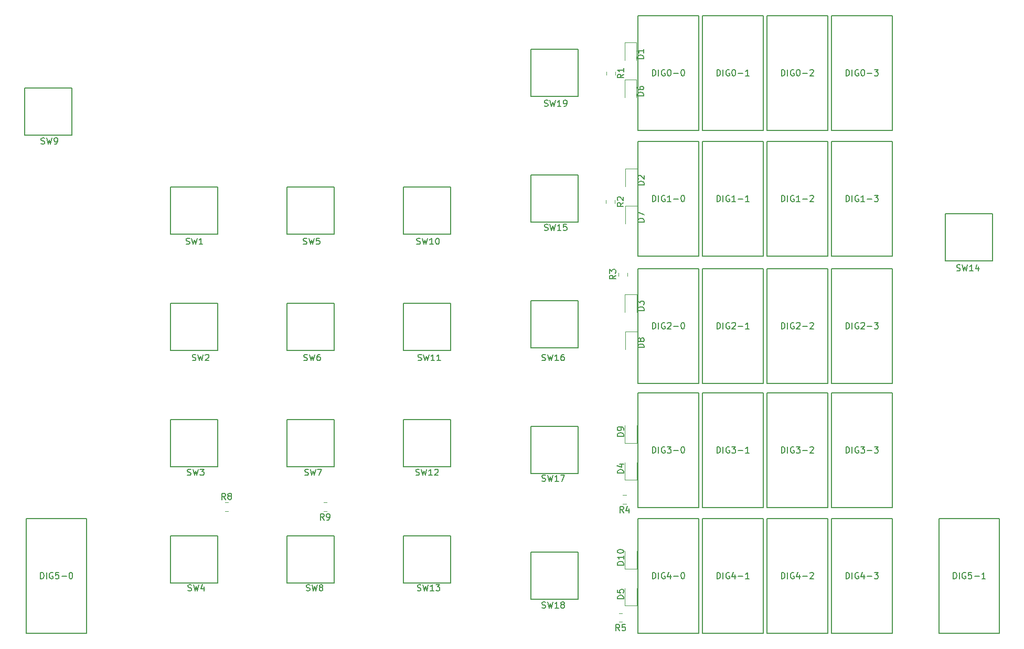
<source format=gto>
G04 #@! TF.GenerationSoftware,KiCad,Pcbnew,(5.0.0)*
G04 #@! TF.CreationDate,2018-10-07T15:25:32-07:00*
G04 #@! TF.ProjectId,UFC,5546432E6B696361645F706362000000,A*
G04 #@! TF.SameCoordinates,Original*
G04 #@! TF.FileFunction,Legend,Top*
G04 #@! TF.FilePolarity,Positive*
%FSLAX46Y46*%
G04 Gerber Fmt 4.6, Leading zero omitted, Abs format (unit mm)*
G04 Created by KiCad (PCBNEW (5.0.0)) date 10/07/18 15:25:32*
%MOMM*%
%LPD*%
G01*
G04 APERTURE LIST*
%ADD10C,0.150000*%
%ADD11C,0.120000*%
G04 APERTURE END LIST*
D10*
G04 #@! TO.C,DIG0-0*
X177497000Y-44267000D02*
X177497000Y-62667000D01*
X167697000Y-44267000D02*
X167697000Y-62667000D01*
X177497000Y-44217000D02*
X167697000Y-44217000D01*
X177497000Y-62717000D02*
X167697000Y-62717000D01*
G04 #@! TO.C,DIG0-1*
X187911000Y-44267000D02*
X187911000Y-62667000D01*
X178111000Y-44267000D02*
X178111000Y-62667000D01*
X187911000Y-44217000D02*
X178111000Y-44217000D01*
X187911000Y-62717000D02*
X178111000Y-62717000D01*
G04 #@! TO.C,DIG0-2*
X198325000Y-44267000D02*
X198325000Y-62667000D01*
X188525000Y-44267000D02*
X188525000Y-62667000D01*
X198325000Y-44217000D02*
X188525000Y-44217000D01*
X198325000Y-62717000D02*
X188525000Y-62717000D01*
G04 #@! TO.C,DIG0-3*
X208739000Y-44267000D02*
X208739000Y-62667000D01*
X198939000Y-44267000D02*
X198939000Y-62667000D01*
X208739000Y-44217000D02*
X198939000Y-44217000D01*
X208739000Y-62717000D02*
X198939000Y-62717000D01*
G04 #@! TO.C,DIG1-0*
X177497000Y-64587000D02*
X177497000Y-82987000D01*
X167697000Y-64587000D02*
X167697000Y-82987000D01*
X177497000Y-64537000D02*
X167697000Y-64537000D01*
X177497000Y-83037000D02*
X167697000Y-83037000D01*
G04 #@! TO.C,DIG1-1*
X187911000Y-64587000D02*
X187911000Y-82987000D01*
X178111000Y-64587000D02*
X178111000Y-82987000D01*
X187911000Y-64537000D02*
X178111000Y-64537000D01*
X187911000Y-83037000D02*
X178111000Y-83037000D01*
G04 #@! TO.C,DIG1-2*
X198325000Y-64587000D02*
X198325000Y-82987000D01*
X188525000Y-64587000D02*
X188525000Y-82987000D01*
X198325000Y-64537000D02*
X188525000Y-64537000D01*
X198325000Y-83037000D02*
X188525000Y-83037000D01*
G04 #@! TO.C,DIG1-3*
X208739000Y-64587000D02*
X208739000Y-82987000D01*
X198939000Y-64587000D02*
X198939000Y-82987000D01*
X208739000Y-64537000D02*
X198939000Y-64537000D01*
X208739000Y-83037000D02*
X198939000Y-83037000D01*
G04 #@! TO.C,DIG2-0*
X177497000Y-85161000D02*
X177497000Y-103561000D01*
X167697000Y-85161000D02*
X167697000Y-103561000D01*
X177497000Y-85111000D02*
X167697000Y-85111000D01*
X177497000Y-103611000D02*
X167697000Y-103611000D01*
G04 #@! TO.C,DIG2-1*
X187911000Y-85161000D02*
X187911000Y-103561000D01*
X178111000Y-85161000D02*
X178111000Y-103561000D01*
X187911000Y-85111000D02*
X178111000Y-85111000D01*
X187911000Y-103611000D02*
X178111000Y-103611000D01*
G04 #@! TO.C,DIG2-2*
X198325000Y-85161000D02*
X198325000Y-103561000D01*
X188525000Y-85161000D02*
X188525000Y-103561000D01*
X198325000Y-85111000D02*
X188525000Y-85111000D01*
X198325000Y-103611000D02*
X188525000Y-103611000D01*
G04 #@! TO.C,DIG2-3*
X208739000Y-85161000D02*
X208739000Y-103561000D01*
X198939000Y-85161000D02*
X198939000Y-103561000D01*
X208739000Y-85111000D02*
X198939000Y-85111000D01*
X208739000Y-103611000D02*
X198939000Y-103611000D01*
G04 #@! TO.C,DIG3-0*
X177497000Y-105227000D02*
X177497000Y-123627000D01*
X167697000Y-105227000D02*
X167697000Y-123627000D01*
X177497000Y-105177000D02*
X167697000Y-105177000D01*
X177497000Y-123677000D02*
X167697000Y-123677000D01*
G04 #@! TO.C,DIG3-1*
X187911000Y-105227000D02*
X187911000Y-123627000D01*
X178111000Y-105227000D02*
X178111000Y-123627000D01*
X187911000Y-105177000D02*
X178111000Y-105177000D01*
X187911000Y-123677000D02*
X178111000Y-123677000D01*
G04 #@! TO.C,DIG3-2*
X198325000Y-105227000D02*
X198325000Y-123627000D01*
X188525000Y-105227000D02*
X188525000Y-123627000D01*
X198325000Y-105177000D02*
X188525000Y-105177000D01*
X198325000Y-123677000D02*
X188525000Y-123677000D01*
G04 #@! TO.C,DIG3-3*
X208739000Y-105227000D02*
X208739000Y-123627000D01*
X198939000Y-105227000D02*
X198939000Y-123627000D01*
X208739000Y-105177000D02*
X198939000Y-105177000D01*
X208739000Y-123677000D02*
X198939000Y-123677000D01*
G04 #@! TO.C,DIG4-0*
X177497000Y-125547000D02*
X177497000Y-143947000D01*
X167697000Y-125547000D02*
X167697000Y-143947000D01*
X177497000Y-125497000D02*
X167697000Y-125497000D01*
X177497000Y-143997000D02*
X167697000Y-143997000D01*
G04 #@! TO.C,DIG4-1*
X187911000Y-125547000D02*
X187911000Y-143947000D01*
X178111000Y-125547000D02*
X178111000Y-143947000D01*
X187911000Y-125497000D02*
X178111000Y-125497000D01*
X187911000Y-143997000D02*
X178111000Y-143997000D01*
G04 #@! TO.C,DIG4-2*
X198325000Y-125547000D02*
X198325000Y-143947000D01*
X188525000Y-125547000D02*
X188525000Y-143947000D01*
X198325000Y-125497000D02*
X188525000Y-125497000D01*
X198325000Y-143997000D02*
X188525000Y-143997000D01*
G04 #@! TO.C,DIG4-3*
X208739000Y-125547000D02*
X208739000Y-143947000D01*
X198939000Y-125547000D02*
X198939000Y-143947000D01*
X208739000Y-125497000D02*
X198939000Y-125497000D01*
X208739000Y-143997000D02*
X198939000Y-143997000D01*
G04 #@! TO.C,DIG5-0*
X78719000Y-125547000D02*
X78719000Y-143947000D01*
X68919000Y-125547000D02*
X68919000Y-143947000D01*
X78719000Y-125497000D02*
X68919000Y-125497000D01*
X78719000Y-143997000D02*
X68919000Y-143997000D01*
G04 #@! TO.C,DIG5-1*
X226039000Y-125547000D02*
X226039000Y-143947000D01*
X216239000Y-125547000D02*
X216239000Y-143947000D01*
X226039000Y-125497000D02*
X216239000Y-125497000D01*
X226039000Y-143997000D02*
X216239000Y-143997000D01*
G04 #@! TO.C,SW1*
X99854000Y-71882000D02*
X92234000Y-71882000D01*
X92234000Y-71882000D02*
X92234000Y-79502000D01*
X92234000Y-79502000D02*
X99854000Y-79502000D01*
X99854000Y-79502000D02*
X99854000Y-71882000D01*
G04 #@! TO.C,SW2*
X99854000Y-90678000D02*
X92234000Y-90678000D01*
X92234000Y-90678000D02*
X92234000Y-98298000D01*
X92234000Y-98298000D02*
X99854000Y-98298000D01*
X99854000Y-98298000D02*
X99854000Y-90678000D01*
G04 #@! TO.C,SW3*
X99854000Y-109474000D02*
X92234000Y-109474000D01*
X92234000Y-109474000D02*
X92234000Y-117094000D01*
X92234000Y-117094000D02*
X99854000Y-117094000D01*
X99854000Y-117094000D02*
X99854000Y-109474000D01*
G04 #@! TO.C,SW4*
X92234000Y-135890000D02*
X99854000Y-135890000D01*
X99854000Y-135890000D02*
X99854000Y-128270000D01*
X99854000Y-128270000D02*
X92234000Y-128270000D01*
X92234000Y-128270000D02*
X92234000Y-135890000D01*
G04 #@! TO.C,SW5*
X118650000Y-71882000D02*
X111030000Y-71882000D01*
X111030000Y-71882000D02*
X111030000Y-79502000D01*
X111030000Y-79502000D02*
X118650000Y-79502000D01*
X118650000Y-79502000D02*
X118650000Y-71882000D01*
G04 #@! TO.C,SW6*
X118650000Y-90678000D02*
X111030000Y-90678000D01*
X111030000Y-90678000D02*
X111030000Y-98298000D01*
X111030000Y-98298000D02*
X118650000Y-98298000D01*
X118650000Y-98298000D02*
X118650000Y-90678000D01*
G04 #@! TO.C,SW7*
X118650000Y-109474000D02*
X111030000Y-109474000D01*
X111030000Y-109474000D02*
X111030000Y-117094000D01*
X111030000Y-117094000D02*
X118650000Y-117094000D01*
X118650000Y-117094000D02*
X118650000Y-109474000D01*
G04 #@! TO.C,SW8*
X111030000Y-135890000D02*
X118650000Y-135890000D01*
X118650000Y-135890000D02*
X118650000Y-128270000D01*
X118650000Y-128270000D02*
X111030000Y-128270000D01*
X111030000Y-128270000D02*
X111030000Y-135890000D01*
G04 #@! TO.C,SW9*
X76359000Y-55880000D02*
X68739000Y-55880000D01*
X68739000Y-55880000D02*
X68739000Y-63500000D01*
X68739000Y-63500000D02*
X76359000Y-63500000D01*
X76359000Y-63500000D02*
X76359000Y-55880000D01*
G04 #@! TO.C,SW10*
X137446000Y-71882000D02*
X129826000Y-71882000D01*
X129826000Y-71882000D02*
X129826000Y-79502000D01*
X129826000Y-79502000D02*
X137446000Y-79502000D01*
X137446000Y-79502000D02*
X137446000Y-71882000D01*
G04 #@! TO.C,SW11*
X137446000Y-90678000D02*
X129826000Y-90678000D01*
X129826000Y-90678000D02*
X129826000Y-98298000D01*
X129826000Y-98298000D02*
X137446000Y-98298000D01*
X137446000Y-98298000D02*
X137446000Y-90678000D01*
G04 #@! TO.C,SW12*
X137446000Y-109474000D02*
X129826000Y-109474000D01*
X129826000Y-109474000D02*
X129826000Y-117094000D01*
X129826000Y-117094000D02*
X137446000Y-117094000D01*
X137446000Y-117094000D02*
X137446000Y-109474000D01*
G04 #@! TO.C,SW13*
X129826000Y-135890000D02*
X137446000Y-135890000D01*
X137446000Y-135890000D02*
X137446000Y-128270000D01*
X137446000Y-128270000D02*
X129826000Y-128270000D01*
X129826000Y-128270000D02*
X129826000Y-135890000D01*
G04 #@! TO.C,SW14*
X224949000Y-83820000D02*
X224949000Y-76200000D01*
X224949000Y-76200000D02*
X217329000Y-76200000D01*
X217329000Y-76200000D02*
X217329000Y-83820000D01*
X217329000Y-83820000D02*
X224949000Y-83820000D01*
G04 #@! TO.C,SW15*
X158020000Y-77597000D02*
X158020000Y-69977000D01*
X158020000Y-69977000D02*
X150400000Y-69977000D01*
X150400000Y-69977000D02*
X150400000Y-77597000D01*
X150400000Y-77597000D02*
X158020000Y-77597000D01*
G04 #@! TO.C,SW16*
X158020000Y-97917000D02*
X158020000Y-90297000D01*
X158020000Y-90297000D02*
X150400000Y-90297000D01*
X150400000Y-90297000D02*
X150400000Y-97917000D01*
X150400000Y-97917000D02*
X158020000Y-97917000D01*
G04 #@! TO.C,SW17*
X158020000Y-118237000D02*
X158020000Y-110617000D01*
X158020000Y-110617000D02*
X150400000Y-110617000D01*
X150400000Y-110617000D02*
X150400000Y-118237000D01*
X150400000Y-118237000D02*
X158020000Y-118237000D01*
G04 #@! TO.C,SW18*
X158020000Y-138557000D02*
X158020000Y-130937000D01*
X158020000Y-130937000D02*
X150400000Y-130937000D01*
X150400000Y-130937000D02*
X150400000Y-138557000D01*
X150400000Y-138557000D02*
X158020000Y-138557000D01*
G04 #@! TO.C,SW19*
X158020000Y-49657000D02*
X150400000Y-49657000D01*
X150400000Y-49657000D02*
X150400000Y-57277000D01*
X150400000Y-57277000D02*
X158020000Y-57277000D01*
X158020000Y-57277000D02*
X158020000Y-49657000D01*
D11*
G04 #@! TO.C,D1*
X167460000Y-51400000D02*
X167460000Y-48540000D01*
X167460000Y-48540000D02*
X165540000Y-48540000D01*
X165540000Y-48540000D02*
X165540000Y-51400000D01*
G04 #@! TO.C,D2*
X165640000Y-68940000D02*
X165640000Y-71800000D01*
X167560000Y-68940000D02*
X165640000Y-68940000D01*
X167560000Y-71800000D02*
X167560000Y-68940000D01*
G04 #@! TO.C,D3*
X167527000Y-92100000D02*
X167527000Y-89240000D01*
X167527000Y-89240000D02*
X165607000Y-89240000D01*
X165607000Y-89240000D02*
X165607000Y-92100000D01*
G04 #@! TO.C,D4*
X165607000Y-116404000D02*
X165607000Y-119264000D01*
X165607000Y-119264000D02*
X167527000Y-119264000D01*
X167527000Y-119264000D02*
X167527000Y-116404000D01*
G04 #@! TO.C,D5*
X165607000Y-136724000D02*
X165607000Y-139584000D01*
X165607000Y-139584000D02*
X167527000Y-139584000D01*
X167527000Y-139584000D02*
X167527000Y-136724000D01*
G04 #@! TO.C,D6*
X165540000Y-54540000D02*
X165540000Y-57400000D01*
X167460000Y-54540000D02*
X165540000Y-54540000D01*
X167460000Y-57400000D02*
X167460000Y-54540000D01*
G04 #@! TO.C,D7*
X167560000Y-77800000D02*
X167560000Y-74940000D01*
X167560000Y-74940000D02*
X165640000Y-74940000D01*
X165640000Y-74940000D02*
X165640000Y-77800000D01*
G04 #@! TO.C,D8*
X165640000Y-95240000D02*
X165640000Y-98100000D01*
X167560000Y-95240000D02*
X165640000Y-95240000D01*
X167560000Y-98100000D02*
X167560000Y-95240000D01*
G04 #@! TO.C,D9*
X167527000Y-113310000D02*
X167527000Y-110450000D01*
X165607000Y-113310000D02*
X167527000Y-113310000D01*
X165607000Y-110450000D02*
X165607000Y-113310000D01*
G04 #@! TO.C,D10*
X167527000Y-133630000D02*
X167527000Y-130770000D01*
X165607000Y-133630000D02*
X167527000Y-133630000D01*
X165607000Y-130770000D02*
X165607000Y-133630000D01*
G04 #@! TO.C,R1*
X164010000Y-53238748D02*
X164010000Y-53761252D01*
X162590000Y-53238748D02*
X162590000Y-53761252D01*
G04 #@! TO.C,R2*
X162540000Y-73988748D02*
X162540000Y-74511252D01*
X163960000Y-73988748D02*
X163960000Y-74511252D01*
G04 #@! TO.C,R3*
X164590000Y-86261252D02*
X164590000Y-85738748D01*
X166010000Y-86261252D02*
X166010000Y-85738748D01*
G04 #@! TO.C,R4*
X165785252Y-121718000D02*
X165262748Y-121718000D01*
X165785252Y-123138000D02*
X165262748Y-123138000D01*
G04 #@! TO.C,R5*
X165161252Y-142210000D02*
X164638748Y-142210000D01*
X165161252Y-140790000D02*
X164638748Y-140790000D01*
G04 #@! TO.C,R8*
X101038748Y-122890000D02*
X101561252Y-122890000D01*
X101038748Y-124310000D02*
X101561252Y-124310000D01*
G04 #@! TO.C,R9*
X117461252Y-124310000D02*
X116938748Y-124310000D01*
X117461252Y-122890000D02*
X116938748Y-122890000D01*
G04 #@! TO.C,DIG0-0*
D10*
X170025571Y-53919380D02*
X170025571Y-52919380D01*
X170263666Y-52919380D01*
X170406523Y-52967000D01*
X170501761Y-53062238D01*
X170549380Y-53157476D01*
X170597000Y-53347952D01*
X170597000Y-53490809D01*
X170549380Y-53681285D01*
X170501761Y-53776523D01*
X170406523Y-53871761D01*
X170263666Y-53919380D01*
X170025571Y-53919380D01*
X171025571Y-53919380D02*
X171025571Y-52919380D01*
X172025571Y-52967000D02*
X171930333Y-52919380D01*
X171787476Y-52919380D01*
X171644619Y-52967000D01*
X171549380Y-53062238D01*
X171501761Y-53157476D01*
X171454142Y-53347952D01*
X171454142Y-53490809D01*
X171501761Y-53681285D01*
X171549380Y-53776523D01*
X171644619Y-53871761D01*
X171787476Y-53919380D01*
X171882714Y-53919380D01*
X172025571Y-53871761D01*
X172073190Y-53824142D01*
X172073190Y-53490809D01*
X171882714Y-53490809D01*
X172692238Y-52919380D02*
X172787476Y-52919380D01*
X172882714Y-52967000D01*
X172930333Y-53014619D01*
X172977952Y-53109857D01*
X173025571Y-53300333D01*
X173025571Y-53538428D01*
X172977952Y-53728904D01*
X172930333Y-53824142D01*
X172882714Y-53871761D01*
X172787476Y-53919380D01*
X172692238Y-53919380D01*
X172597000Y-53871761D01*
X172549380Y-53824142D01*
X172501761Y-53728904D01*
X172454142Y-53538428D01*
X172454142Y-53300333D01*
X172501761Y-53109857D01*
X172549380Y-53014619D01*
X172597000Y-52967000D01*
X172692238Y-52919380D01*
X173454142Y-53538428D02*
X174216047Y-53538428D01*
X174882714Y-52919380D02*
X174977952Y-52919380D01*
X175073190Y-52967000D01*
X175120809Y-53014619D01*
X175168428Y-53109857D01*
X175216047Y-53300333D01*
X175216047Y-53538428D01*
X175168428Y-53728904D01*
X175120809Y-53824142D01*
X175073190Y-53871761D01*
X174977952Y-53919380D01*
X174882714Y-53919380D01*
X174787476Y-53871761D01*
X174739857Y-53824142D01*
X174692238Y-53728904D01*
X174644619Y-53538428D01*
X174644619Y-53300333D01*
X174692238Y-53109857D01*
X174739857Y-53014619D01*
X174787476Y-52967000D01*
X174882714Y-52919380D01*
G04 #@! TO.C,DIG0-1*
X180439571Y-53919380D02*
X180439571Y-52919380D01*
X180677666Y-52919380D01*
X180820523Y-52967000D01*
X180915761Y-53062238D01*
X180963380Y-53157476D01*
X181011000Y-53347952D01*
X181011000Y-53490809D01*
X180963380Y-53681285D01*
X180915761Y-53776523D01*
X180820523Y-53871761D01*
X180677666Y-53919380D01*
X180439571Y-53919380D01*
X181439571Y-53919380D02*
X181439571Y-52919380D01*
X182439571Y-52967000D02*
X182344333Y-52919380D01*
X182201476Y-52919380D01*
X182058619Y-52967000D01*
X181963380Y-53062238D01*
X181915761Y-53157476D01*
X181868142Y-53347952D01*
X181868142Y-53490809D01*
X181915761Y-53681285D01*
X181963380Y-53776523D01*
X182058619Y-53871761D01*
X182201476Y-53919380D01*
X182296714Y-53919380D01*
X182439571Y-53871761D01*
X182487190Y-53824142D01*
X182487190Y-53490809D01*
X182296714Y-53490809D01*
X183106238Y-52919380D02*
X183201476Y-52919380D01*
X183296714Y-52967000D01*
X183344333Y-53014619D01*
X183391952Y-53109857D01*
X183439571Y-53300333D01*
X183439571Y-53538428D01*
X183391952Y-53728904D01*
X183344333Y-53824142D01*
X183296714Y-53871761D01*
X183201476Y-53919380D01*
X183106238Y-53919380D01*
X183011000Y-53871761D01*
X182963380Y-53824142D01*
X182915761Y-53728904D01*
X182868142Y-53538428D01*
X182868142Y-53300333D01*
X182915761Y-53109857D01*
X182963380Y-53014619D01*
X183011000Y-52967000D01*
X183106238Y-52919380D01*
X183868142Y-53538428D02*
X184630047Y-53538428D01*
X185630047Y-53919380D02*
X185058619Y-53919380D01*
X185344333Y-53919380D02*
X185344333Y-52919380D01*
X185249095Y-53062238D01*
X185153857Y-53157476D01*
X185058619Y-53205095D01*
G04 #@! TO.C,DIG0-2*
X190853571Y-53919380D02*
X190853571Y-52919380D01*
X191091666Y-52919380D01*
X191234523Y-52967000D01*
X191329761Y-53062238D01*
X191377380Y-53157476D01*
X191425000Y-53347952D01*
X191425000Y-53490809D01*
X191377380Y-53681285D01*
X191329761Y-53776523D01*
X191234523Y-53871761D01*
X191091666Y-53919380D01*
X190853571Y-53919380D01*
X191853571Y-53919380D02*
X191853571Y-52919380D01*
X192853571Y-52967000D02*
X192758333Y-52919380D01*
X192615476Y-52919380D01*
X192472619Y-52967000D01*
X192377380Y-53062238D01*
X192329761Y-53157476D01*
X192282142Y-53347952D01*
X192282142Y-53490809D01*
X192329761Y-53681285D01*
X192377380Y-53776523D01*
X192472619Y-53871761D01*
X192615476Y-53919380D01*
X192710714Y-53919380D01*
X192853571Y-53871761D01*
X192901190Y-53824142D01*
X192901190Y-53490809D01*
X192710714Y-53490809D01*
X193520238Y-52919380D02*
X193615476Y-52919380D01*
X193710714Y-52967000D01*
X193758333Y-53014619D01*
X193805952Y-53109857D01*
X193853571Y-53300333D01*
X193853571Y-53538428D01*
X193805952Y-53728904D01*
X193758333Y-53824142D01*
X193710714Y-53871761D01*
X193615476Y-53919380D01*
X193520238Y-53919380D01*
X193425000Y-53871761D01*
X193377380Y-53824142D01*
X193329761Y-53728904D01*
X193282142Y-53538428D01*
X193282142Y-53300333D01*
X193329761Y-53109857D01*
X193377380Y-53014619D01*
X193425000Y-52967000D01*
X193520238Y-52919380D01*
X194282142Y-53538428D02*
X195044047Y-53538428D01*
X195472619Y-53014619D02*
X195520238Y-52967000D01*
X195615476Y-52919380D01*
X195853571Y-52919380D01*
X195948809Y-52967000D01*
X195996428Y-53014619D01*
X196044047Y-53109857D01*
X196044047Y-53205095D01*
X195996428Y-53347952D01*
X195425000Y-53919380D01*
X196044047Y-53919380D01*
G04 #@! TO.C,DIG0-3*
X201267571Y-53919380D02*
X201267571Y-52919380D01*
X201505666Y-52919380D01*
X201648523Y-52967000D01*
X201743761Y-53062238D01*
X201791380Y-53157476D01*
X201839000Y-53347952D01*
X201839000Y-53490809D01*
X201791380Y-53681285D01*
X201743761Y-53776523D01*
X201648523Y-53871761D01*
X201505666Y-53919380D01*
X201267571Y-53919380D01*
X202267571Y-53919380D02*
X202267571Y-52919380D01*
X203267571Y-52967000D02*
X203172333Y-52919380D01*
X203029476Y-52919380D01*
X202886619Y-52967000D01*
X202791380Y-53062238D01*
X202743761Y-53157476D01*
X202696142Y-53347952D01*
X202696142Y-53490809D01*
X202743761Y-53681285D01*
X202791380Y-53776523D01*
X202886619Y-53871761D01*
X203029476Y-53919380D01*
X203124714Y-53919380D01*
X203267571Y-53871761D01*
X203315190Y-53824142D01*
X203315190Y-53490809D01*
X203124714Y-53490809D01*
X203934238Y-52919380D02*
X204029476Y-52919380D01*
X204124714Y-52967000D01*
X204172333Y-53014619D01*
X204219952Y-53109857D01*
X204267571Y-53300333D01*
X204267571Y-53538428D01*
X204219952Y-53728904D01*
X204172333Y-53824142D01*
X204124714Y-53871761D01*
X204029476Y-53919380D01*
X203934238Y-53919380D01*
X203839000Y-53871761D01*
X203791380Y-53824142D01*
X203743761Y-53728904D01*
X203696142Y-53538428D01*
X203696142Y-53300333D01*
X203743761Y-53109857D01*
X203791380Y-53014619D01*
X203839000Y-52967000D01*
X203934238Y-52919380D01*
X204696142Y-53538428D02*
X205458047Y-53538428D01*
X205839000Y-52919380D02*
X206458047Y-52919380D01*
X206124714Y-53300333D01*
X206267571Y-53300333D01*
X206362809Y-53347952D01*
X206410428Y-53395571D01*
X206458047Y-53490809D01*
X206458047Y-53728904D01*
X206410428Y-53824142D01*
X206362809Y-53871761D01*
X206267571Y-53919380D01*
X205981857Y-53919380D01*
X205886619Y-53871761D01*
X205839000Y-53824142D01*
G04 #@! TO.C,DIG1-0*
X170025571Y-74239380D02*
X170025571Y-73239380D01*
X170263666Y-73239380D01*
X170406523Y-73287000D01*
X170501761Y-73382238D01*
X170549380Y-73477476D01*
X170597000Y-73667952D01*
X170597000Y-73810809D01*
X170549380Y-74001285D01*
X170501761Y-74096523D01*
X170406523Y-74191761D01*
X170263666Y-74239380D01*
X170025571Y-74239380D01*
X171025571Y-74239380D02*
X171025571Y-73239380D01*
X172025571Y-73287000D02*
X171930333Y-73239380D01*
X171787476Y-73239380D01*
X171644619Y-73287000D01*
X171549380Y-73382238D01*
X171501761Y-73477476D01*
X171454142Y-73667952D01*
X171454142Y-73810809D01*
X171501761Y-74001285D01*
X171549380Y-74096523D01*
X171644619Y-74191761D01*
X171787476Y-74239380D01*
X171882714Y-74239380D01*
X172025571Y-74191761D01*
X172073190Y-74144142D01*
X172073190Y-73810809D01*
X171882714Y-73810809D01*
X173025571Y-74239380D02*
X172454142Y-74239380D01*
X172739857Y-74239380D02*
X172739857Y-73239380D01*
X172644619Y-73382238D01*
X172549380Y-73477476D01*
X172454142Y-73525095D01*
X173454142Y-73858428D02*
X174216047Y-73858428D01*
X174882714Y-73239380D02*
X174977952Y-73239380D01*
X175073190Y-73287000D01*
X175120809Y-73334619D01*
X175168428Y-73429857D01*
X175216047Y-73620333D01*
X175216047Y-73858428D01*
X175168428Y-74048904D01*
X175120809Y-74144142D01*
X175073190Y-74191761D01*
X174977952Y-74239380D01*
X174882714Y-74239380D01*
X174787476Y-74191761D01*
X174739857Y-74144142D01*
X174692238Y-74048904D01*
X174644619Y-73858428D01*
X174644619Y-73620333D01*
X174692238Y-73429857D01*
X174739857Y-73334619D01*
X174787476Y-73287000D01*
X174882714Y-73239380D01*
G04 #@! TO.C,DIG1-1*
X180439571Y-74239380D02*
X180439571Y-73239380D01*
X180677666Y-73239380D01*
X180820523Y-73287000D01*
X180915761Y-73382238D01*
X180963380Y-73477476D01*
X181011000Y-73667952D01*
X181011000Y-73810809D01*
X180963380Y-74001285D01*
X180915761Y-74096523D01*
X180820523Y-74191761D01*
X180677666Y-74239380D01*
X180439571Y-74239380D01*
X181439571Y-74239380D02*
X181439571Y-73239380D01*
X182439571Y-73287000D02*
X182344333Y-73239380D01*
X182201476Y-73239380D01*
X182058619Y-73287000D01*
X181963380Y-73382238D01*
X181915761Y-73477476D01*
X181868142Y-73667952D01*
X181868142Y-73810809D01*
X181915761Y-74001285D01*
X181963380Y-74096523D01*
X182058619Y-74191761D01*
X182201476Y-74239380D01*
X182296714Y-74239380D01*
X182439571Y-74191761D01*
X182487190Y-74144142D01*
X182487190Y-73810809D01*
X182296714Y-73810809D01*
X183439571Y-74239380D02*
X182868142Y-74239380D01*
X183153857Y-74239380D02*
X183153857Y-73239380D01*
X183058619Y-73382238D01*
X182963380Y-73477476D01*
X182868142Y-73525095D01*
X183868142Y-73858428D02*
X184630047Y-73858428D01*
X185630047Y-74239380D02*
X185058619Y-74239380D01*
X185344333Y-74239380D02*
X185344333Y-73239380D01*
X185249095Y-73382238D01*
X185153857Y-73477476D01*
X185058619Y-73525095D01*
G04 #@! TO.C,DIG1-2*
X190853571Y-74239380D02*
X190853571Y-73239380D01*
X191091666Y-73239380D01*
X191234523Y-73287000D01*
X191329761Y-73382238D01*
X191377380Y-73477476D01*
X191425000Y-73667952D01*
X191425000Y-73810809D01*
X191377380Y-74001285D01*
X191329761Y-74096523D01*
X191234523Y-74191761D01*
X191091666Y-74239380D01*
X190853571Y-74239380D01*
X191853571Y-74239380D02*
X191853571Y-73239380D01*
X192853571Y-73287000D02*
X192758333Y-73239380D01*
X192615476Y-73239380D01*
X192472619Y-73287000D01*
X192377380Y-73382238D01*
X192329761Y-73477476D01*
X192282142Y-73667952D01*
X192282142Y-73810809D01*
X192329761Y-74001285D01*
X192377380Y-74096523D01*
X192472619Y-74191761D01*
X192615476Y-74239380D01*
X192710714Y-74239380D01*
X192853571Y-74191761D01*
X192901190Y-74144142D01*
X192901190Y-73810809D01*
X192710714Y-73810809D01*
X193853571Y-74239380D02*
X193282142Y-74239380D01*
X193567857Y-74239380D02*
X193567857Y-73239380D01*
X193472619Y-73382238D01*
X193377380Y-73477476D01*
X193282142Y-73525095D01*
X194282142Y-73858428D02*
X195044047Y-73858428D01*
X195472619Y-73334619D02*
X195520238Y-73287000D01*
X195615476Y-73239380D01*
X195853571Y-73239380D01*
X195948809Y-73287000D01*
X195996428Y-73334619D01*
X196044047Y-73429857D01*
X196044047Y-73525095D01*
X195996428Y-73667952D01*
X195425000Y-74239380D01*
X196044047Y-74239380D01*
G04 #@! TO.C,DIG1-3*
X201267571Y-74239380D02*
X201267571Y-73239380D01*
X201505666Y-73239380D01*
X201648523Y-73287000D01*
X201743761Y-73382238D01*
X201791380Y-73477476D01*
X201839000Y-73667952D01*
X201839000Y-73810809D01*
X201791380Y-74001285D01*
X201743761Y-74096523D01*
X201648523Y-74191761D01*
X201505666Y-74239380D01*
X201267571Y-74239380D01*
X202267571Y-74239380D02*
X202267571Y-73239380D01*
X203267571Y-73287000D02*
X203172333Y-73239380D01*
X203029476Y-73239380D01*
X202886619Y-73287000D01*
X202791380Y-73382238D01*
X202743761Y-73477476D01*
X202696142Y-73667952D01*
X202696142Y-73810809D01*
X202743761Y-74001285D01*
X202791380Y-74096523D01*
X202886619Y-74191761D01*
X203029476Y-74239380D01*
X203124714Y-74239380D01*
X203267571Y-74191761D01*
X203315190Y-74144142D01*
X203315190Y-73810809D01*
X203124714Y-73810809D01*
X204267571Y-74239380D02*
X203696142Y-74239380D01*
X203981857Y-74239380D02*
X203981857Y-73239380D01*
X203886619Y-73382238D01*
X203791380Y-73477476D01*
X203696142Y-73525095D01*
X204696142Y-73858428D02*
X205458047Y-73858428D01*
X205839000Y-73239380D02*
X206458047Y-73239380D01*
X206124714Y-73620333D01*
X206267571Y-73620333D01*
X206362809Y-73667952D01*
X206410428Y-73715571D01*
X206458047Y-73810809D01*
X206458047Y-74048904D01*
X206410428Y-74144142D01*
X206362809Y-74191761D01*
X206267571Y-74239380D01*
X205981857Y-74239380D01*
X205886619Y-74191761D01*
X205839000Y-74144142D01*
G04 #@! TO.C,DIG2-0*
X170025571Y-94813380D02*
X170025571Y-93813380D01*
X170263666Y-93813380D01*
X170406523Y-93861000D01*
X170501761Y-93956238D01*
X170549380Y-94051476D01*
X170597000Y-94241952D01*
X170597000Y-94384809D01*
X170549380Y-94575285D01*
X170501761Y-94670523D01*
X170406523Y-94765761D01*
X170263666Y-94813380D01*
X170025571Y-94813380D01*
X171025571Y-94813380D02*
X171025571Y-93813380D01*
X172025571Y-93861000D02*
X171930333Y-93813380D01*
X171787476Y-93813380D01*
X171644619Y-93861000D01*
X171549380Y-93956238D01*
X171501761Y-94051476D01*
X171454142Y-94241952D01*
X171454142Y-94384809D01*
X171501761Y-94575285D01*
X171549380Y-94670523D01*
X171644619Y-94765761D01*
X171787476Y-94813380D01*
X171882714Y-94813380D01*
X172025571Y-94765761D01*
X172073190Y-94718142D01*
X172073190Y-94384809D01*
X171882714Y-94384809D01*
X172454142Y-93908619D02*
X172501761Y-93861000D01*
X172597000Y-93813380D01*
X172835095Y-93813380D01*
X172930333Y-93861000D01*
X172977952Y-93908619D01*
X173025571Y-94003857D01*
X173025571Y-94099095D01*
X172977952Y-94241952D01*
X172406523Y-94813380D01*
X173025571Y-94813380D01*
X173454142Y-94432428D02*
X174216047Y-94432428D01*
X174882714Y-93813380D02*
X174977952Y-93813380D01*
X175073190Y-93861000D01*
X175120809Y-93908619D01*
X175168428Y-94003857D01*
X175216047Y-94194333D01*
X175216047Y-94432428D01*
X175168428Y-94622904D01*
X175120809Y-94718142D01*
X175073190Y-94765761D01*
X174977952Y-94813380D01*
X174882714Y-94813380D01*
X174787476Y-94765761D01*
X174739857Y-94718142D01*
X174692238Y-94622904D01*
X174644619Y-94432428D01*
X174644619Y-94194333D01*
X174692238Y-94003857D01*
X174739857Y-93908619D01*
X174787476Y-93861000D01*
X174882714Y-93813380D01*
G04 #@! TO.C,DIG2-1*
X180439571Y-94813380D02*
X180439571Y-93813380D01*
X180677666Y-93813380D01*
X180820523Y-93861000D01*
X180915761Y-93956238D01*
X180963380Y-94051476D01*
X181011000Y-94241952D01*
X181011000Y-94384809D01*
X180963380Y-94575285D01*
X180915761Y-94670523D01*
X180820523Y-94765761D01*
X180677666Y-94813380D01*
X180439571Y-94813380D01*
X181439571Y-94813380D02*
X181439571Y-93813380D01*
X182439571Y-93861000D02*
X182344333Y-93813380D01*
X182201476Y-93813380D01*
X182058619Y-93861000D01*
X181963380Y-93956238D01*
X181915761Y-94051476D01*
X181868142Y-94241952D01*
X181868142Y-94384809D01*
X181915761Y-94575285D01*
X181963380Y-94670523D01*
X182058619Y-94765761D01*
X182201476Y-94813380D01*
X182296714Y-94813380D01*
X182439571Y-94765761D01*
X182487190Y-94718142D01*
X182487190Y-94384809D01*
X182296714Y-94384809D01*
X182868142Y-93908619D02*
X182915761Y-93861000D01*
X183011000Y-93813380D01*
X183249095Y-93813380D01*
X183344333Y-93861000D01*
X183391952Y-93908619D01*
X183439571Y-94003857D01*
X183439571Y-94099095D01*
X183391952Y-94241952D01*
X182820523Y-94813380D01*
X183439571Y-94813380D01*
X183868142Y-94432428D02*
X184630047Y-94432428D01*
X185630047Y-94813380D02*
X185058619Y-94813380D01*
X185344333Y-94813380D02*
X185344333Y-93813380D01*
X185249095Y-93956238D01*
X185153857Y-94051476D01*
X185058619Y-94099095D01*
G04 #@! TO.C,DIG2-2*
X190853571Y-94813380D02*
X190853571Y-93813380D01*
X191091666Y-93813380D01*
X191234523Y-93861000D01*
X191329761Y-93956238D01*
X191377380Y-94051476D01*
X191425000Y-94241952D01*
X191425000Y-94384809D01*
X191377380Y-94575285D01*
X191329761Y-94670523D01*
X191234523Y-94765761D01*
X191091666Y-94813380D01*
X190853571Y-94813380D01*
X191853571Y-94813380D02*
X191853571Y-93813380D01*
X192853571Y-93861000D02*
X192758333Y-93813380D01*
X192615476Y-93813380D01*
X192472619Y-93861000D01*
X192377380Y-93956238D01*
X192329761Y-94051476D01*
X192282142Y-94241952D01*
X192282142Y-94384809D01*
X192329761Y-94575285D01*
X192377380Y-94670523D01*
X192472619Y-94765761D01*
X192615476Y-94813380D01*
X192710714Y-94813380D01*
X192853571Y-94765761D01*
X192901190Y-94718142D01*
X192901190Y-94384809D01*
X192710714Y-94384809D01*
X193282142Y-93908619D02*
X193329761Y-93861000D01*
X193425000Y-93813380D01*
X193663095Y-93813380D01*
X193758333Y-93861000D01*
X193805952Y-93908619D01*
X193853571Y-94003857D01*
X193853571Y-94099095D01*
X193805952Y-94241952D01*
X193234523Y-94813380D01*
X193853571Y-94813380D01*
X194282142Y-94432428D02*
X195044047Y-94432428D01*
X195472619Y-93908619D02*
X195520238Y-93861000D01*
X195615476Y-93813380D01*
X195853571Y-93813380D01*
X195948809Y-93861000D01*
X195996428Y-93908619D01*
X196044047Y-94003857D01*
X196044047Y-94099095D01*
X195996428Y-94241952D01*
X195425000Y-94813380D01*
X196044047Y-94813380D01*
G04 #@! TO.C,DIG2-3*
X201267571Y-94813380D02*
X201267571Y-93813380D01*
X201505666Y-93813380D01*
X201648523Y-93861000D01*
X201743761Y-93956238D01*
X201791380Y-94051476D01*
X201839000Y-94241952D01*
X201839000Y-94384809D01*
X201791380Y-94575285D01*
X201743761Y-94670523D01*
X201648523Y-94765761D01*
X201505666Y-94813380D01*
X201267571Y-94813380D01*
X202267571Y-94813380D02*
X202267571Y-93813380D01*
X203267571Y-93861000D02*
X203172333Y-93813380D01*
X203029476Y-93813380D01*
X202886619Y-93861000D01*
X202791380Y-93956238D01*
X202743761Y-94051476D01*
X202696142Y-94241952D01*
X202696142Y-94384809D01*
X202743761Y-94575285D01*
X202791380Y-94670523D01*
X202886619Y-94765761D01*
X203029476Y-94813380D01*
X203124714Y-94813380D01*
X203267571Y-94765761D01*
X203315190Y-94718142D01*
X203315190Y-94384809D01*
X203124714Y-94384809D01*
X203696142Y-93908619D02*
X203743761Y-93861000D01*
X203839000Y-93813380D01*
X204077095Y-93813380D01*
X204172333Y-93861000D01*
X204219952Y-93908619D01*
X204267571Y-94003857D01*
X204267571Y-94099095D01*
X204219952Y-94241952D01*
X203648523Y-94813380D01*
X204267571Y-94813380D01*
X204696142Y-94432428D02*
X205458047Y-94432428D01*
X205839000Y-93813380D02*
X206458047Y-93813380D01*
X206124714Y-94194333D01*
X206267571Y-94194333D01*
X206362809Y-94241952D01*
X206410428Y-94289571D01*
X206458047Y-94384809D01*
X206458047Y-94622904D01*
X206410428Y-94718142D01*
X206362809Y-94765761D01*
X206267571Y-94813380D01*
X205981857Y-94813380D01*
X205886619Y-94765761D01*
X205839000Y-94718142D01*
G04 #@! TO.C,DIG3-0*
X170025571Y-114879380D02*
X170025571Y-113879380D01*
X170263666Y-113879380D01*
X170406523Y-113927000D01*
X170501761Y-114022238D01*
X170549380Y-114117476D01*
X170597000Y-114307952D01*
X170597000Y-114450809D01*
X170549380Y-114641285D01*
X170501761Y-114736523D01*
X170406523Y-114831761D01*
X170263666Y-114879380D01*
X170025571Y-114879380D01*
X171025571Y-114879380D02*
X171025571Y-113879380D01*
X172025571Y-113927000D02*
X171930333Y-113879380D01*
X171787476Y-113879380D01*
X171644619Y-113927000D01*
X171549380Y-114022238D01*
X171501761Y-114117476D01*
X171454142Y-114307952D01*
X171454142Y-114450809D01*
X171501761Y-114641285D01*
X171549380Y-114736523D01*
X171644619Y-114831761D01*
X171787476Y-114879380D01*
X171882714Y-114879380D01*
X172025571Y-114831761D01*
X172073190Y-114784142D01*
X172073190Y-114450809D01*
X171882714Y-114450809D01*
X172406523Y-113879380D02*
X173025571Y-113879380D01*
X172692238Y-114260333D01*
X172835095Y-114260333D01*
X172930333Y-114307952D01*
X172977952Y-114355571D01*
X173025571Y-114450809D01*
X173025571Y-114688904D01*
X172977952Y-114784142D01*
X172930333Y-114831761D01*
X172835095Y-114879380D01*
X172549380Y-114879380D01*
X172454142Y-114831761D01*
X172406523Y-114784142D01*
X173454142Y-114498428D02*
X174216047Y-114498428D01*
X174882714Y-113879380D02*
X174977952Y-113879380D01*
X175073190Y-113927000D01*
X175120809Y-113974619D01*
X175168428Y-114069857D01*
X175216047Y-114260333D01*
X175216047Y-114498428D01*
X175168428Y-114688904D01*
X175120809Y-114784142D01*
X175073190Y-114831761D01*
X174977952Y-114879380D01*
X174882714Y-114879380D01*
X174787476Y-114831761D01*
X174739857Y-114784142D01*
X174692238Y-114688904D01*
X174644619Y-114498428D01*
X174644619Y-114260333D01*
X174692238Y-114069857D01*
X174739857Y-113974619D01*
X174787476Y-113927000D01*
X174882714Y-113879380D01*
G04 #@! TO.C,DIG3-1*
X180439571Y-114879380D02*
X180439571Y-113879380D01*
X180677666Y-113879380D01*
X180820523Y-113927000D01*
X180915761Y-114022238D01*
X180963380Y-114117476D01*
X181011000Y-114307952D01*
X181011000Y-114450809D01*
X180963380Y-114641285D01*
X180915761Y-114736523D01*
X180820523Y-114831761D01*
X180677666Y-114879380D01*
X180439571Y-114879380D01*
X181439571Y-114879380D02*
X181439571Y-113879380D01*
X182439571Y-113927000D02*
X182344333Y-113879380D01*
X182201476Y-113879380D01*
X182058619Y-113927000D01*
X181963380Y-114022238D01*
X181915761Y-114117476D01*
X181868142Y-114307952D01*
X181868142Y-114450809D01*
X181915761Y-114641285D01*
X181963380Y-114736523D01*
X182058619Y-114831761D01*
X182201476Y-114879380D01*
X182296714Y-114879380D01*
X182439571Y-114831761D01*
X182487190Y-114784142D01*
X182487190Y-114450809D01*
X182296714Y-114450809D01*
X182820523Y-113879380D02*
X183439571Y-113879380D01*
X183106238Y-114260333D01*
X183249095Y-114260333D01*
X183344333Y-114307952D01*
X183391952Y-114355571D01*
X183439571Y-114450809D01*
X183439571Y-114688904D01*
X183391952Y-114784142D01*
X183344333Y-114831761D01*
X183249095Y-114879380D01*
X182963380Y-114879380D01*
X182868142Y-114831761D01*
X182820523Y-114784142D01*
X183868142Y-114498428D02*
X184630047Y-114498428D01*
X185630047Y-114879380D02*
X185058619Y-114879380D01*
X185344333Y-114879380D02*
X185344333Y-113879380D01*
X185249095Y-114022238D01*
X185153857Y-114117476D01*
X185058619Y-114165095D01*
G04 #@! TO.C,DIG3-2*
X190853571Y-114879380D02*
X190853571Y-113879380D01*
X191091666Y-113879380D01*
X191234523Y-113927000D01*
X191329761Y-114022238D01*
X191377380Y-114117476D01*
X191425000Y-114307952D01*
X191425000Y-114450809D01*
X191377380Y-114641285D01*
X191329761Y-114736523D01*
X191234523Y-114831761D01*
X191091666Y-114879380D01*
X190853571Y-114879380D01*
X191853571Y-114879380D02*
X191853571Y-113879380D01*
X192853571Y-113927000D02*
X192758333Y-113879380D01*
X192615476Y-113879380D01*
X192472619Y-113927000D01*
X192377380Y-114022238D01*
X192329761Y-114117476D01*
X192282142Y-114307952D01*
X192282142Y-114450809D01*
X192329761Y-114641285D01*
X192377380Y-114736523D01*
X192472619Y-114831761D01*
X192615476Y-114879380D01*
X192710714Y-114879380D01*
X192853571Y-114831761D01*
X192901190Y-114784142D01*
X192901190Y-114450809D01*
X192710714Y-114450809D01*
X193234523Y-113879380D02*
X193853571Y-113879380D01*
X193520238Y-114260333D01*
X193663095Y-114260333D01*
X193758333Y-114307952D01*
X193805952Y-114355571D01*
X193853571Y-114450809D01*
X193853571Y-114688904D01*
X193805952Y-114784142D01*
X193758333Y-114831761D01*
X193663095Y-114879380D01*
X193377380Y-114879380D01*
X193282142Y-114831761D01*
X193234523Y-114784142D01*
X194282142Y-114498428D02*
X195044047Y-114498428D01*
X195472619Y-113974619D02*
X195520238Y-113927000D01*
X195615476Y-113879380D01*
X195853571Y-113879380D01*
X195948809Y-113927000D01*
X195996428Y-113974619D01*
X196044047Y-114069857D01*
X196044047Y-114165095D01*
X195996428Y-114307952D01*
X195425000Y-114879380D01*
X196044047Y-114879380D01*
G04 #@! TO.C,DIG3-3*
X201267571Y-114879380D02*
X201267571Y-113879380D01*
X201505666Y-113879380D01*
X201648523Y-113927000D01*
X201743761Y-114022238D01*
X201791380Y-114117476D01*
X201839000Y-114307952D01*
X201839000Y-114450809D01*
X201791380Y-114641285D01*
X201743761Y-114736523D01*
X201648523Y-114831761D01*
X201505666Y-114879380D01*
X201267571Y-114879380D01*
X202267571Y-114879380D02*
X202267571Y-113879380D01*
X203267571Y-113927000D02*
X203172333Y-113879380D01*
X203029476Y-113879380D01*
X202886619Y-113927000D01*
X202791380Y-114022238D01*
X202743761Y-114117476D01*
X202696142Y-114307952D01*
X202696142Y-114450809D01*
X202743761Y-114641285D01*
X202791380Y-114736523D01*
X202886619Y-114831761D01*
X203029476Y-114879380D01*
X203124714Y-114879380D01*
X203267571Y-114831761D01*
X203315190Y-114784142D01*
X203315190Y-114450809D01*
X203124714Y-114450809D01*
X203648523Y-113879380D02*
X204267571Y-113879380D01*
X203934238Y-114260333D01*
X204077095Y-114260333D01*
X204172333Y-114307952D01*
X204219952Y-114355571D01*
X204267571Y-114450809D01*
X204267571Y-114688904D01*
X204219952Y-114784142D01*
X204172333Y-114831761D01*
X204077095Y-114879380D01*
X203791380Y-114879380D01*
X203696142Y-114831761D01*
X203648523Y-114784142D01*
X204696142Y-114498428D02*
X205458047Y-114498428D01*
X205839000Y-113879380D02*
X206458047Y-113879380D01*
X206124714Y-114260333D01*
X206267571Y-114260333D01*
X206362809Y-114307952D01*
X206410428Y-114355571D01*
X206458047Y-114450809D01*
X206458047Y-114688904D01*
X206410428Y-114784142D01*
X206362809Y-114831761D01*
X206267571Y-114879380D01*
X205981857Y-114879380D01*
X205886619Y-114831761D01*
X205839000Y-114784142D01*
G04 #@! TO.C,DIG4-0*
X170025571Y-135199380D02*
X170025571Y-134199380D01*
X170263666Y-134199380D01*
X170406523Y-134247000D01*
X170501761Y-134342238D01*
X170549380Y-134437476D01*
X170597000Y-134627952D01*
X170597000Y-134770809D01*
X170549380Y-134961285D01*
X170501761Y-135056523D01*
X170406523Y-135151761D01*
X170263666Y-135199380D01*
X170025571Y-135199380D01*
X171025571Y-135199380D02*
X171025571Y-134199380D01*
X172025571Y-134247000D02*
X171930333Y-134199380D01*
X171787476Y-134199380D01*
X171644619Y-134247000D01*
X171549380Y-134342238D01*
X171501761Y-134437476D01*
X171454142Y-134627952D01*
X171454142Y-134770809D01*
X171501761Y-134961285D01*
X171549380Y-135056523D01*
X171644619Y-135151761D01*
X171787476Y-135199380D01*
X171882714Y-135199380D01*
X172025571Y-135151761D01*
X172073190Y-135104142D01*
X172073190Y-134770809D01*
X171882714Y-134770809D01*
X172930333Y-134532714D02*
X172930333Y-135199380D01*
X172692238Y-134151761D02*
X172454142Y-134866047D01*
X173073190Y-134866047D01*
X173454142Y-134818428D02*
X174216047Y-134818428D01*
X174882714Y-134199380D02*
X174977952Y-134199380D01*
X175073190Y-134247000D01*
X175120809Y-134294619D01*
X175168428Y-134389857D01*
X175216047Y-134580333D01*
X175216047Y-134818428D01*
X175168428Y-135008904D01*
X175120809Y-135104142D01*
X175073190Y-135151761D01*
X174977952Y-135199380D01*
X174882714Y-135199380D01*
X174787476Y-135151761D01*
X174739857Y-135104142D01*
X174692238Y-135008904D01*
X174644619Y-134818428D01*
X174644619Y-134580333D01*
X174692238Y-134389857D01*
X174739857Y-134294619D01*
X174787476Y-134247000D01*
X174882714Y-134199380D01*
G04 #@! TO.C,DIG4-1*
X180439571Y-135199380D02*
X180439571Y-134199380D01*
X180677666Y-134199380D01*
X180820523Y-134247000D01*
X180915761Y-134342238D01*
X180963380Y-134437476D01*
X181011000Y-134627952D01*
X181011000Y-134770809D01*
X180963380Y-134961285D01*
X180915761Y-135056523D01*
X180820523Y-135151761D01*
X180677666Y-135199380D01*
X180439571Y-135199380D01*
X181439571Y-135199380D02*
X181439571Y-134199380D01*
X182439571Y-134247000D02*
X182344333Y-134199380D01*
X182201476Y-134199380D01*
X182058619Y-134247000D01*
X181963380Y-134342238D01*
X181915761Y-134437476D01*
X181868142Y-134627952D01*
X181868142Y-134770809D01*
X181915761Y-134961285D01*
X181963380Y-135056523D01*
X182058619Y-135151761D01*
X182201476Y-135199380D01*
X182296714Y-135199380D01*
X182439571Y-135151761D01*
X182487190Y-135104142D01*
X182487190Y-134770809D01*
X182296714Y-134770809D01*
X183344333Y-134532714D02*
X183344333Y-135199380D01*
X183106238Y-134151761D02*
X182868142Y-134866047D01*
X183487190Y-134866047D01*
X183868142Y-134818428D02*
X184630047Y-134818428D01*
X185630047Y-135199380D02*
X185058619Y-135199380D01*
X185344333Y-135199380D02*
X185344333Y-134199380D01*
X185249095Y-134342238D01*
X185153857Y-134437476D01*
X185058619Y-134485095D01*
G04 #@! TO.C,DIG4-2*
X190853571Y-135199380D02*
X190853571Y-134199380D01*
X191091666Y-134199380D01*
X191234523Y-134247000D01*
X191329761Y-134342238D01*
X191377380Y-134437476D01*
X191425000Y-134627952D01*
X191425000Y-134770809D01*
X191377380Y-134961285D01*
X191329761Y-135056523D01*
X191234523Y-135151761D01*
X191091666Y-135199380D01*
X190853571Y-135199380D01*
X191853571Y-135199380D02*
X191853571Y-134199380D01*
X192853571Y-134247000D02*
X192758333Y-134199380D01*
X192615476Y-134199380D01*
X192472619Y-134247000D01*
X192377380Y-134342238D01*
X192329761Y-134437476D01*
X192282142Y-134627952D01*
X192282142Y-134770809D01*
X192329761Y-134961285D01*
X192377380Y-135056523D01*
X192472619Y-135151761D01*
X192615476Y-135199380D01*
X192710714Y-135199380D01*
X192853571Y-135151761D01*
X192901190Y-135104142D01*
X192901190Y-134770809D01*
X192710714Y-134770809D01*
X193758333Y-134532714D02*
X193758333Y-135199380D01*
X193520238Y-134151761D02*
X193282142Y-134866047D01*
X193901190Y-134866047D01*
X194282142Y-134818428D02*
X195044047Y-134818428D01*
X195472619Y-134294619D02*
X195520238Y-134247000D01*
X195615476Y-134199380D01*
X195853571Y-134199380D01*
X195948809Y-134247000D01*
X195996428Y-134294619D01*
X196044047Y-134389857D01*
X196044047Y-134485095D01*
X195996428Y-134627952D01*
X195425000Y-135199380D01*
X196044047Y-135199380D01*
G04 #@! TO.C,DIG4-3*
X201267571Y-135199380D02*
X201267571Y-134199380D01*
X201505666Y-134199380D01*
X201648523Y-134247000D01*
X201743761Y-134342238D01*
X201791380Y-134437476D01*
X201839000Y-134627952D01*
X201839000Y-134770809D01*
X201791380Y-134961285D01*
X201743761Y-135056523D01*
X201648523Y-135151761D01*
X201505666Y-135199380D01*
X201267571Y-135199380D01*
X202267571Y-135199380D02*
X202267571Y-134199380D01*
X203267571Y-134247000D02*
X203172333Y-134199380D01*
X203029476Y-134199380D01*
X202886619Y-134247000D01*
X202791380Y-134342238D01*
X202743761Y-134437476D01*
X202696142Y-134627952D01*
X202696142Y-134770809D01*
X202743761Y-134961285D01*
X202791380Y-135056523D01*
X202886619Y-135151761D01*
X203029476Y-135199380D01*
X203124714Y-135199380D01*
X203267571Y-135151761D01*
X203315190Y-135104142D01*
X203315190Y-134770809D01*
X203124714Y-134770809D01*
X204172333Y-134532714D02*
X204172333Y-135199380D01*
X203934238Y-134151761D02*
X203696142Y-134866047D01*
X204315190Y-134866047D01*
X204696142Y-134818428D02*
X205458047Y-134818428D01*
X205839000Y-134199380D02*
X206458047Y-134199380D01*
X206124714Y-134580333D01*
X206267571Y-134580333D01*
X206362809Y-134627952D01*
X206410428Y-134675571D01*
X206458047Y-134770809D01*
X206458047Y-135008904D01*
X206410428Y-135104142D01*
X206362809Y-135151761D01*
X206267571Y-135199380D01*
X205981857Y-135199380D01*
X205886619Y-135151761D01*
X205839000Y-135104142D01*
G04 #@! TO.C,DIG5-0*
X71247571Y-135199380D02*
X71247571Y-134199380D01*
X71485666Y-134199380D01*
X71628523Y-134247000D01*
X71723761Y-134342238D01*
X71771380Y-134437476D01*
X71819000Y-134627952D01*
X71819000Y-134770809D01*
X71771380Y-134961285D01*
X71723761Y-135056523D01*
X71628523Y-135151761D01*
X71485666Y-135199380D01*
X71247571Y-135199380D01*
X72247571Y-135199380D02*
X72247571Y-134199380D01*
X73247571Y-134247000D02*
X73152333Y-134199380D01*
X73009476Y-134199380D01*
X72866619Y-134247000D01*
X72771380Y-134342238D01*
X72723761Y-134437476D01*
X72676142Y-134627952D01*
X72676142Y-134770809D01*
X72723761Y-134961285D01*
X72771380Y-135056523D01*
X72866619Y-135151761D01*
X73009476Y-135199380D01*
X73104714Y-135199380D01*
X73247571Y-135151761D01*
X73295190Y-135104142D01*
X73295190Y-134770809D01*
X73104714Y-134770809D01*
X74199952Y-134199380D02*
X73723761Y-134199380D01*
X73676142Y-134675571D01*
X73723761Y-134627952D01*
X73819000Y-134580333D01*
X74057095Y-134580333D01*
X74152333Y-134627952D01*
X74199952Y-134675571D01*
X74247571Y-134770809D01*
X74247571Y-135008904D01*
X74199952Y-135104142D01*
X74152333Y-135151761D01*
X74057095Y-135199380D01*
X73819000Y-135199380D01*
X73723761Y-135151761D01*
X73676142Y-135104142D01*
X74676142Y-134818428D02*
X75438047Y-134818428D01*
X76104714Y-134199380D02*
X76199952Y-134199380D01*
X76295190Y-134247000D01*
X76342809Y-134294619D01*
X76390428Y-134389857D01*
X76438047Y-134580333D01*
X76438047Y-134818428D01*
X76390428Y-135008904D01*
X76342809Y-135104142D01*
X76295190Y-135151761D01*
X76199952Y-135199380D01*
X76104714Y-135199380D01*
X76009476Y-135151761D01*
X75961857Y-135104142D01*
X75914238Y-135008904D01*
X75866619Y-134818428D01*
X75866619Y-134580333D01*
X75914238Y-134389857D01*
X75961857Y-134294619D01*
X76009476Y-134247000D01*
X76104714Y-134199380D01*
G04 #@! TO.C,DIG5-1*
X218567571Y-135199380D02*
X218567571Y-134199380D01*
X218805666Y-134199380D01*
X218948523Y-134247000D01*
X219043761Y-134342238D01*
X219091380Y-134437476D01*
X219139000Y-134627952D01*
X219139000Y-134770809D01*
X219091380Y-134961285D01*
X219043761Y-135056523D01*
X218948523Y-135151761D01*
X218805666Y-135199380D01*
X218567571Y-135199380D01*
X219567571Y-135199380D02*
X219567571Y-134199380D01*
X220567571Y-134247000D02*
X220472333Y-134199380D01*
X220329476Y-134199380D01*
X220186619Y-134247000D01*
X220091380Y-134342238D01*
X220043761Y-134437476D01*
X219996142Y-134627952D01*
X219996142Y-134770809D01*
X220043761Y-134961285D01*
X220091380Y-135056523D01*
X220186619Y-135151761D01*
X220329476Y-135199380D01*
X220424714Y-135199380D01*
X220567571Y-135151761D01*
X220615190Y-135104142D01*
X220615190Y-134770809D01*
X220424714Y-134770809D01*
X221519952Y-134199380D02*
X221043761Y-134199380D01*
X220996142Y-134675571D01*
X221043761Y-134627952D01*
X221139000Y-134580333D01*
X221377095Y-134580333D01*
X221472333Y-134627952D01*
X221519952Y-134675571D01*
X221567571Y-134770809D01*
X221567571Y-135008904D01*
X221519952Y-135104142D01*
X221472333Y-135151761D01*
X221377095Y-135199380D01*
X221139000Y-135199380D01*
X221043761Y-135151761D01*
X220996142Y-135104142D01*
X221996142Y-134818428D02*
X222758047Y-134818428D01*
X223758047Y-135199380D02*
X223186619Y-135199380D01*
X223472333Y-135199380D02*
X223472333Y-134199380D01*
X223377095Y-134342238D01*
X223281857Y-134437476D01*
X223186619Y-134485095D01*
G04 #@! TO.C,SW1*
X94766666Y-81104761D02*
X94909523Y-81152380D01*
X95147619Y-81152380D01*
X95242857Y-81104761D01*
X95290476Y-81057142D01*
X95338095Y-80961904D01*
X95338095Y-80866666D01*
X95290476Y-80771428D01*
X95242857Y-80723809D01*
X95147619Y-80676190D01*
X94957142Y-80628571D01*
X94861904Y-80580952D01*
X94814285Y-80533333D01*
X94766666Y-80438095D01*
X94766666Y-80342857D01*
X94814285Y-80247619D01*
X94861904Y-80200000D01*
X94957142Y-80152380D01*
X95195238Y-80152380D01*
X95338095Y-80200000D01*
X95671428Y-80152380D02*
X95909523Y-81152380D01*
X96100000Y-80438095D01*
X96290476Y-81152380D01*
X96528571Y-80152380D01*
X97433333Y-81152380D02*
X96861904Y-81152380D01*
X97147619Y-81152380D02*
X97147619Y-80152380D01*
X97052380Y-80295238D01*
X96957142Y-80390476D01*
X96861904Y-80438095D01*
G04 #@! TO.C,SW2*
X95766666Y-99904761D02*
X95909523Y-99952380D01*
X96147619Y-99952380D01*
X96242857Y-99904761D01*
X96290476Y-99857142D01*
X96338095Y-99761904D01*
X96338095Y-99666666D01*
X96290476Y-99571428D01*
X96242857Y-99523809D01*
X96147619Y-99476190D01*
X95957142Y-99428571D01*
X95861904Y-99380952D01*
X95814285Y-99333333D01*
X95766666Y-99238095D01*
X95766666Y-99142857D01*
X95814285Y-99047619D01*
X95861904Y-99000000D01*
X95957142Y-98952380D01*
X96195238Y-98952380D01*
X96338095Y-99000000D01*
X96671428Y-98952380D02*
X96909523Y-99952380D01*
X97100000Y-99238095D01*
X97290476Y-99952380D01*
X97528571Y-98952380D01*
X97861904Y-99047619D02*
X97909523Y-99000000D01*
X98004761Y-98952380D01*
X98242857Y-98952380D01*
X98338095Y-99000000D01*
X98385714Y-99047619D01*
X98433333Y-99142857D01*
X98433333Y-99238095D01*
X98385714Y-99380952D01*
X97814285Y-99952380D01*
X98433333Y-99952380D01*
G04 #@! TO.C,SW3*
X94966666Y-118454761D02*
X95109523Y-118502380D01*
X95347619Y-118502380D01*
X95442857Y-118454761D01*
X95490476Y-118407142D01*
X95538095Y-118311904D01*
X95538095Y-118216666D01*
X95490476Y-118121428D01*
X95442857Y-118073809D01*
X95347619Y-118026190D01*
X95157142Y-117978571D01*
X95061904Y-117930952D01*
X95014285Y-117883333D01*
X94966666Y-117788095D01*
X94966666Y-117692857D01*
X95014285Y-117597619D01*
X95061904Y-117550000D01*
X95157142Y-117502380D01*
X95395238Y-117502380D01*
X95538095Y-117550000D01*
X95871428Y-117502380D02*
X96109523Y-118502380D01*
X96300000Y-117788095D01*
X96490476Y-118502380D01*
X96728571Y-117502380D01*
X97014285Y-117502380D02*
X97633333Y-117502380D01*
X97300000Y-117883333D01*
X97442857Y-117883333D01*
X97538095Y-117930952D01*
X97585714Y-117978571D01*
X97633333Y-118073809D01*
X97633333Y-118311904D01*
X97585714Y-118407142D01*
X97538095Y-118454761D01*
X97442857Y-118502380D01*
X97157142Y-118502380D01*
X97061904Y-118454761D01*
X97014285Y-118407142D01*
G04 #@! TO.C,SW4*
X95066666Y-137104761D02*
X95209523Y-137152380D01*
X95447619Y-137152380D01*
X95542857Y-137104761D01*
X95590476Y-137057142D01*
X95638095Y-136961904D01*
X95638095Y-136866666D01*
X95590476Y-136771428D01*
X95542857Y-136723809D01*
X95447619Y-136676190D01*
X95257142Y-136628571D01*
X95161904Y-136580952D01*
X95114285Y-136533333D01*
X95066666Y-136438095D01*
X95066666Y-136342857D01*
X95114285Y-136247619D01*
X95161904Y-136200000D01*
X95257142Y-136152380D01*
X95495238Y-136152380D01*
X95638095Y-136200000D01*
X95971428Y-136152380D02*
X96209523Y-137152380D01*
X96400000Y-136438095D01*
X96590476Y-137152380D01*
X96828571Y-136152380D01*
X97638095Y-136485714D02*
X97638095Y-137152380D01*
X97400000Y-136104761D02*
X97161904Y-136819047D01*
X97780952Y-136819047D01*
G04 #@! TO.C,SW5*
X113666666Y-81104761D02*
X113809523Y-81152380D01*
X114047619Y-81152380D01*
X114142857Y-81104761D01*
X114190476Y-81057142D01*
X114238095Y-80961904D01*
X114238095Y-80866666D01*
X114190476Y-80771428D01*
X114142857Y-80723809D01*
X114047619Y-80676190D01*
X113857142Y-80628571D01*
X113761904Y-80580952D01*
X113714285Y-80533333D01*
X113666666Y-80438095D01*
X113666666Y-80342857D01*
X113714285Y-80247619D01*
X113761904Y-80200000D01*
X113857142Y-80152380D01*
X114095238Y-80152380D01*
X114238095Y-80200000D01*
X114571428Y-80152380D02*
X114809523Y-81152380D01*
X115000000Y-80438095D01*
X115190476Y-81152380D01*
X115428571Y-80152380D01*
X116285714Y-80152380D02*
X115809523Y-80152380D01*
X115761904Y-80628571D01*
X115809523Y-80580952D01*
X115904761Y-80533333D01*
X116142857Y-80533333D01*
X116238095Y-80580952D01*
X116285714Y-80628571D01*
X116333333Y-80723809D01*
X116333333Y-80961904D01*
X116285714Y-81057142D01*
X116238095Y-81104761D01*
X116142857Y-81152380D01*
X115904761Y-81152380D01*
X115809523Y-81104761D01*
X115761904Y-81057142D01*
G04 #@! TO.C,SW6*
X113766666Y-99904761D02*
X113909523Y-99952380D01*
X114147619Y-99952380D01*
X114242857Y-99904761D01*
X114290476Y-99857142D01*
X114338095Y-99761904D01*
X114338095Y-99666666D01*
X114290476Y-99571428D01*
X114242857Y-99523809D01*
X114147619Y-99476190D01*
X113957142Y-99428571D01*
X113861904Y-99380952D01*
X113814285Y-99333333D01*
X113766666Y-99238095D01*
X113766666Y-99142857D01*
X113814285Y-99047619D01*
X113861904Y-99000000D01*
X113957142Y-98952380D01*
X114195238Y-98952380D01*
X114338095Y-99000000D01*
X114671428Y-98952380D02*
X114909523Y-99952380D01*
X115100000Y-99238095D01*
X115290476Y-99952380D01*
X115528571Y-98952380D01*
X116338095Y-98952380D02*
X116147619Y-98952380D01*
X116052380Y-99000000D01*
X116004761Y-99047619D01*
X115909523Y-99190476D01*
X115861904Y-99380952D01*
X115861904Y-99761904D01*
X115909523Y-99857142D01*
X115957142Y-99904761D01*
X116052380Y-99952380D01*
X116242857Y-99952380D01*
X116338095Y-99904761D01*
X116385714Y-99857142D01*
X116433333Y-99761904D01*
X116433333Y-99523809D01*
X116385714Y-99428571D01*
X116338095Y-99380952D01*
X116242857Y-99333333D01*
X116052380Y-99333333D01*
X115957142Y-99380952D01*
X115909523Y-99428571D01*
X115861904Y-99523809D01*
G04 #@! TO.C,SW7*
X113916666Y-118454761D02*
X114059523Y-118502380D01*
X114297619Y-118502380D01*
X114392857Y-118454761D01*
X114440476Y-118407142D01*
X114488095Y-118311904D01*
X114488095Y-118216666D01*
X114440476Y-118121428D01*
X114392857Y-118073809D01*
X114297619Y-118026190D01*
X114107142Y-117978571D01*
X114011904Y-117930952D01*
X113964285Y-117883333D01*
X113916666Y-117788095D01*
X113916666Y-117692857D01*
X113964285Y-117597619D01*
X114011904Y-117550000D01*
X114107142Y-117502380D01*
X114345238Y-117502380D01*
X114488095Y-117550000D01*
X114821428Y-117502380D02*
X115059523Y-118502380D01*
X115250000Y-117788095D01*
X115440476Y-118502380D01*
X115678571Y-117502380D01*
X115964285Y-117502380D02*
X116630952Y-117502380D01*
X116202380Y-118502380D01*
G04 #@! TO.C,SW8*
X114166666Y-137104761D02*
X114309523Y-137152380D01*
X114547619Y-137152380D01*
X114642857Y-137104761D01*
X114690476Y-137057142D01*
X114738095Y-136961904D01*
X114738095Y-136866666D01*
X114690476Y-136771428D01*
X114642857Y-136723809D01*
X114547619Y-136676190D01*
X114357142Y-136628571D01*
X114261904Y-136580952D01*
X114214285Y-136533333D01*
X114166666Y-136438095D01*
X114166666Y-136342857D01*
X114214285Y-136247619D01*
X114261904Y-136200000D01*
X114357142Y-136152380D01*
X114595238Y-136152380D01*
X114738095Y-136200000D01*
X115071428Y-136152380D02*
X115309523Y-137152380D01*
X115500000Y-136438095D01*
X115690476Y-137152380D01*
X115928571Y-136152380D01*
X116452380Y-136580952D02*
X116357142Y-136533333D01*
X116309523Y-136485714D01*
X116261904Y-136390476D01*
X116261904Y-136342857D01*
X116309523Y-136247619D01*
X116357142Y-136200000D01*
X116452380Y-136152380D01*
X116642857Y-136152380D01*
X116738095Y-136200000D01*
X116785714Y-136247619D01*
X116833333Y-136342857D01*
X116833333Y-136390476D01*
X116785714Y-136485714D01*
X116738095Y-136533333D01*
X116642857Y-136580952D01*
X116452380Y-136580952D01*
X116357142Y-136628571D01*
X116309523Y-136676190D01*
X116261904Y-136771428D01*
X116261904Y-136961904D01*
X116309523Y-137057142D01*
X116357142Y-137104761D01*
X116452380Y-137152380D01*
X116642857Y-137152380D01*
X116738095Y-137104761D01*
X116785714Y-137057142D01*
X116833333Y-136961904D01*
X116833333Y-136771428D01*
X116785714Y-136676190D01*
X116738095Y-136628571D01*
X116642857Y-136580952D01*
G04 #@! TO.C,SW9*
X71366666Y-64904761D02*
X71509523Y-64952380D01*
X71747619Y-64952380D01*
X71842857Y-64904761D01*
X71890476Y-64857142D01*
X71938095Y-64761904D01*
X71938095Y-64666666D01*
X71890476Y-64571428D01*
X71842857Y-64523809D01*
X71747619Y-64476190D01*
X71557142Y-64428571D01*
X71461904Y-64380952D01*
X71414285Y-64333333D01*
X71366666Y-64238095D01*
X71366666Y-64142857D01*
X71414285Y-64047619D01*
X71461904Y-64000000D01*
X71557142Y-63952380D01*
X71795238Y-63952380D01*
X71938095Y-64000000D01*
X72271428Y-63952380D02*
X72509523Y-64952380D01*
X72700000Y-64238095D01*
X72890476Y-64952380D01*
X73128571Y-63952380D01*
X73557142Y-64952380D02*
X73747619Y-64952380D01*
X73842857Y-64904761D01*
X73890476Y-64857142D01*
X73985714Y-64714285D01*
X74033333Y-64523809D01*
X74033333Y-64142857D01*
X73985714Y-64047619D01*
X73938095Y-64000000D01*
X73842857Y-63952380D01*
X73652380Y-63952380D01*
X73557142Y-64000000D01*
X73509523Y-64047619D01*
X73461904Y-64142857D01*
X73461904Y-64380952D01*
X73509523Y-64476190D01*
X73557142Y-64523809D01*
X73652380Y-64571428D01*
X73842857Y-64571428D01*
X73938095Y-64523809D01*
X73985714Y-64476190D01*
X74033333Y-64380952D01*
G04 #@! TO.C,SW10*
X131990476Y-81104761D02*
X132133333Y-81152380D01*
X132371428Y-81152380D01*
X132466666Y-81104761D01*
X132514285Y-81057142D01*
X132561904Y-80961904D01*
X132561904Y-80866666D01*
X132514285Y-80771428D01*
X132466666Y-80723809D01*
X132371428Y-80676190D01*
X132180952Y-80628571D01*
X132085714Y-80580952D01*
X132038095Y-80533333D01*
X131990476Y-80438095D01*
X131990476Y-80342857D01*
X132038095Y-80247619D01*
X132085714Y-80200000D01*
X132180952Y-80152380D01*
X132419047Y-80152380D01*
X132561904Y-80200000D01*
X132895238Y-80152380D02*
X133133333Y-81152380D01*
X133323809Y-80438095D01*
X133514285Y-81152380D01*
X133752380Y-80152380D01*
X134657142Y-81152380D02*
X134085714Y-81152380D01*
X134371428Y-81152380D02*
X134371428Y-80152380D01*
X134276190Y-80295238D01*
X134180952Y-80390476D01*
X134085714Y-80438095D01*
X135276190Y-80152380D02*
X135371428Y-80152380D01*
X135466666Y-80200000D01*
X135514285Y-80247619D01*
X135561904Y-80342857D01*
X135609523Y-80533333D01*
X135609523Y-80771428D01*
X135561904Y-80961904D01*
X135514285Y-81057142D01*
X135466666Y-81104761D01*
X135371428Y-81152380D01*
X135276190Y-81152380D01*
X135180952Y-81104761D01*
X135133333Y-81057142D01*
X135085714Y-80961904D01*
X135038095Y-80771428D01*
X135038095Y-80533333D01*
X135085714Y-80342857D01*
X135133333Y-80247619D01*
X135180952Y-80200000D01*
X135276190Y-80152380D01*
G04 #@! TO.C,SW11*
X132190476Y-99904761D02*
X132333333Y-99952380D01*
X132571428Y-99952380D01*
X132666666Y-99904761D01*
X132714285Y-99857142D01*
X132761904Y-99761904D01*
X132761904Y-99666666D01*
X132714285Y-99571428D01*
X132666666Y-99523809D01*
X132571428Y-99476190D01*
X132380952Y-99428571D01*
X132285714Y-99380952D01*
X132238095Y-99333333D01*
X132190476Y-99238095D01*
X132190476Y-99142857D01*
X132238095Y-99047619D01*
X132285714Y-99000000D01*
X132380952Y-98952380D01*
X132619047Y-98952380D01*
X132761904Y-99000000D01*
X133095238Y-98952380D02*
X133333333Y-99952380D01*
X133523809Y-99238095D01*
X133714285Y-99952380D01*
X133952380Y-98952380D01*
X134857142Y-99952380D02*
X134285714Y-99952380D01*
X134571428Y-99952380D02*
X134571428Y-98952380D01*
X134476190Y-99095238D01*
X134380952Y-99190476D01*
X134285714Y-99238095D01*
X135809523Y-99952380D02*
X135238095Y-99952380D01*
X135523809Y-99952380D02*
X135523809Y-98952380D01*
X135428571Y-99095238D01*
X135333333Y-99190476D01*
X135238095Y-99238095D01*
G04 #@! TO.C,SW12*
X131840476Y-118454761D02*
X131983333Y-118502380D01*
X132221428Y-118502380D01*
X132316666Y-118454761D01*
X132364285Y-118407142D01*
X132411904Y-118311904D01*
X132411904Y-118216666D01*
X132364285Y-118121428D01*
X132316666Y-118073809D01*
X132221428Y-118026190D01*
X132030952Y-117978571D01*
X131935714Y-117930952D01*
X131888095Y-117883333D01*
X131840476Y-117788095D01*
X131840476Y-117692857D01*
X131888095Y-117597619D01*
X131935714Y-117550000D01*
X132030952Y-117502380D01*
X132269047Y-117502380D01*
X132411904Y-117550000D01*
X132745238Y-117502380D02*
X132983333Y-118502380D01*
X133173809Y-117788095D01*
X133364285Y-118502380D01*
X133602380Y-117502380D01*
X134507142Y-118502380D02*
X133935714Y-118502380D01*
X134221428Y-118502380D02*
X134221428Y-117502380D01*
X134126190Y-117645238D01*
X134030952Y-117740476D01*
X133935714Y-117788095D01*
X134888095Y-117597619D02*
X134935714Y-117550000D01*
X135030952Y-117502380D01*
X135269047Y-117502380D01*
X135364285Y-117550000D01*
X135411904Y-117597619D01*
X135459523Y-117692857D01*
X135459523Y-117788095D01*
X135411904Y-117930952D01*
X134840476Y-118502380D01*
X135459523Y-118502380D01*
G04 #@! TO.C,SW13*
X132090476Y-137104761D02*
X132233333Y-137152380D01*
X132471428Y-137152380D01*
X132566666Y-137104761D01*
X132614285Y-137057142D01*
X132661904Y-136961904D01*
X132661904Y-136866666D01*
X132614285Y-136771428D01*
X132566666Y-136723809D01*
X132471428Y-136676190D01*
X132280952Y-136628571D01*
X132185714Y-136580952D01*
X132138095Y-136533333D01*
X132090476Y-136438095D01*
X132090476Y-136342857D01*
X132138095Y-136247619D01*
X132185714Y-136200000D01*
X132280952Y-136152380D01*
X132519047Y-136152380D01*
X132661904Y-136200000D01*
X132995238Y-136152380D02*
X133233333Y-137152380D01*
X133423809Y-136438095D01*
X133614285Y-137152380D01*
X133852380Y-136152380D01*
X134757142Y-137152380D02*
X134185714Y-137152380D01*
X134471428Y-137152380D02*
X134471428Y-136152380D01*
X134376190Y-136295238D01*
X134280952Y-136390476D01*
X134185714Y-136438095D01*
X135090476Y-136152380D02*
X135709523Y-136152380D01*
X135376190Y-136533333D01*
X135519047Y-136533333D01*
X135614285Y-136580952D01*
X135661904Y-136628571D01*
X135709523Y-136723809D01*
X135709523Y-136961904D01*
X135661904Y-137057142D01*
X135614285Y-137104761D01*
X135519047Y-137152380D01*
X135233333Y-137152380D01*
X135138095Y-137104761D01*
X135090476Y-137057142D01*
G04 #@! TO.C,SW14*
X219129476Y-85404761D02*
X219272333Y-85452380D01*
X219510428Y-85452380D01*
X219605666Y-85404761D01*
X219653285Y-85357142D01*
X219700904Y-85261904D01*
X219700904Y-85166666D01*
X219653285Y-85071428D01*
X219605666Y-85023809D01*
X219510428Y-84976190D01*
X219319952Y-84928571D01*
X219224714Y-84880952D01*
X219177095Y-84833333D01*
X219129476Y-84738095D01*
X219129476Y-84642857D01*
X219177095Y-84547619D01*
X219224714Y-84500000D01*
X219319952Y-84452380D01*
X219558047Y-84452380D01*
X219700904Y-84500000D01*
X220034238Y-84452380D02*
X220272333Y-85452380D01*
X220462809Y-84738095D01*
X220653285Y-85452380D01*
X220891380Y-84452380D01*
X221796142Y-85452380D02*
X221224714Y-85452380D01*
X221510428Y-85452380D02*
X221510428Y-84452380D01*
X221415190Y-84595238D01*
X221319952Y-84690476D01*
X221224714Y-84738095D01*
X222653285Y-84785714D02*
X222653285Y-85452380D01*
X222415190Y-84404761D02*
X222177095Y-85119047D01*
X222796142Y-85119047D01*
G04 #@! TO.C,SW15*
X152590476Y-78854761D02*
X152733333Y-78902380D01*
X152971428Y-78902380D01*
X153066666Y-78854761D01*
X153114285Y-78807142D01*
X153161904Y-78711904D01*
X153161904Y-78616666D01*
X153114285Y-78521428D01*
X153066666Y-78473809D01*
X152971428Y-78426190D01*
X152780952Y-78378571D01*
X152685714Y-78330952D01*
X152638095Y-78283333D01*
X152590476Y-78188095D01*
X152590476Y-78092857D01*
X152638095Y-77997619D01*
X152685714Y-77950000D01*
X152780952Y-77902380D01*
X153019047Y-77902380D01*
X153161904Y-77950000D01*
X153495238Y-77902380D02*
X153733333Y-78902380D01*
X153923809Y-78188095D01*
X154114285Y-78902380D01*
X154352380Y-77902380D01*
X155257142Y-78902380D02*
X154685714Y-78902380D01*
X154971428Y-78902380D02*
X154971428Y-77902380D01*
X154876190Y-78045238D01*
X154780952Y-78140476D01*
X154685714Y-78188095D01*
X156161904Y-77902380D02*
X155685714Y-77902380D01*
X155638095Y-78378571D01*
X155685714Y-78330952D01*
X155780952Y-78283333D01*
X156019047Y-78283333D01*
X156114285Y-78330952D01*
X156161904Y-78378571D01*
X156209523Y-78473809D01*
X156209523Y-78711904D01*
X156161904Y-78807142D01*
X156114285Y-78854761D01*
X156019047Y-78902380D01*
X155780952Y-78902380D01*
X155685714Y-78854761D01*
X155638095Y-78807142D01*
G04 #@! TO.C,SW16*
X152190476Y-99904761D02*
X152333333Y-99952380D01*
X152571428Y-99952380D01*
X152666666Y-99904761D01*
X152714285Y-99857142D01*
X152761904Y-99761904D01*
X152761904Y-99666666D01*
X152714285Y-99571428D01*
X152666666Y-99523809D01*
X152571428Y-99476190D01*
X152380952Y-99428571D01*
X152285714Y-99380952D01*
X152238095Y-99333333D01*
X152190476Y-99238095D01*
X152190476Y-99142857D01*
X152238095Y-99047619D01*
X152285714Y-99000000D01*
X152380952Y-98952380D01*
X152619047Y-98952380D01*
X152761904Y-99000000D01*
X153095238Y-98952380D02*
X153333333Y-99952380D01*
X153523809Y-99238095D01*
X153714285Y-99952380D01*
X153952380Y-98952380D01*
X154857142Y-99952380D02*
X154285714Y-99952380D01*
X154571428Y-99952380D02*
X154571428Y-98952380D01*
X154476190Y-99095238D01*
X154380952Y-99190476D01*
X154285714Y-99238095D01*
X155714285Y-98952380D02*
X155523809Y-98952380D01*
X155428571Y-99000000D01*
X155380952Y-99047619D01*
X155285714Y-99190476D01*
X155238095Y-99380952D01*
X155238095Y-99761904D01*
X155285714Y-99857142D01*
X155333333Y-99904761D01*
X155428571Y-99952380D01*
X155619047Y-99952380D01*
X155714285Y-99904761D01*
X155761904Y-99857142D01*
X155809523Y-99761904D01*
X155809523Y-99523809D01*
X155761904Y-99428571D01*
X155714285Y-99380952D01*
X155619047Y-99333333D01*
X155428571Y-99333333D01*
X155333333Y-99380952D01*
X155285714Y-99428571D01*
X155238095Y-99523809D01*
G04 #@! TO.C,SW17*
X152200476Y-119404761D02*
X152343333Y-119452380D01*
X152581428Y-119452380D01*
X152676666Y-119404761D01*
X152724285Y-119357142D01*
X152771904Y-119261904D01*
X152771904Y-119166666D01*
X152724285Y-119071428D01*
X152676666Y-119023809D01*
X152581428Y-118976190D01*
X152390952Y-118928571D01*
X152295714Y-118880952D01*
X152248095Y-118833333D01*
X152200476Y-118738095D01*
X152200476Y-118642857D01*
X152248095Y-118547619D01*
X152295714Y-118500000D01*
X152390952Y-118452380D01*
X152629047Y-118452380D01*
X152771904Y-118500000D01*
X153105238Y-118452380D02*
X153343333Y-119452380D01*
X153533809Y-118738095D01*
X153724285Y-119452380D01*
X153962380Y-118452380D01*
X154867142Y-119452380D02*
X154295714Y-119452380D01*
X154581428Y-119452380D02*
X154581428Y-118452380D01*
X154486190Y-118595238D01*
X154390952Y-118690476D01*
X154295714Y-118738095D01*
X155200476Y-118452380D02*
X155867142Y-118452380D01*
X155438571Y-119452380D01*
G04 #@! TO.C,SW18*
X152190476Y-139904761D02*
X152333333Y-139952380D01*
X152571428Y-139952380D01*
X152666666Y-139904761D01*
X152714285Y-139857142D01*
X152761904Y-139761904D01*
X152761904Y-139666666D01*
X152714285Y-139571428D01*
X152666666Y-139523809D01*
X152571428Y-139476190D01*
X152380952Y-139428571D01*
X152285714Y-139380952D01*
X152238095Y-139333333D01*
X152190476Y-139238095D01*
X152190476Y-139142857D01*
X152238095Y-139047619D01*
X152285714Y-139000000D01*
X152380952Y-138952380D01*
X152619047Y-138952380D01*
X152761904Y-139000000D01*
X153095238Y-138952380D02*
X153333333Y-139952380D01*
X153523809Y-139238095D01*
X153714285Y-139952380D01*
X153952380Y-138952380D01*
X154857142Y-139952380D02*
X154285714Y-139952380D01*
X154571428Y-139952380D02*
X154571428Y-138952380D01*
X154476190Y-139095238D01*
X154380952Y-139190476D01*
X154285714Y-139238095D01*
X155428571Y-139380952D02*
X155333333Y-139333333D01*
X155285714Y-139285714D01*
X155238095Y-139190476D01*
X155238095Y-139142857D01*
X155285714Y-139047619D01*
X155333333Y-139000000D01*
X155428571Y-138952380D01*
X155619047Y-138952380D01*
X155714285Y-139000000D01*
X155761904Y-139047619D01*
X155809523Y-139142857D01*
X155809523Y-139190476D01*
X155761904Y-139285714D01*
X155714285Y-139333333D01*
X155619047Y-139380952D01*
X155428571Y-139380952D01*
X155333333Y-139428571D01*
X155285714Y-139476190D01*
X155238095Y-139571428D01*
X155238095Y-139761904D01*
X155285714Y-139857142D01*
X155333333Y-139904761D01*
X155428571Y-139952380D01*
X155619047Y-139952380D01*
X155714285Y-139904761D01*
X155761904Y-139857142D01*
X155809523Y-139761904D01*
X155809523Y-139571428D01*
X155761904Y-139476190D01*
X155714285Y-139428571D01*
X155619047Y-139380952D01*
G04 #@! TO.C,SW19*
X152590476Y-58804761D02*
X152733333Y-58852380D01*
X152971428Y-58852380D01*
X153066666Y-58804761D01*
X153114285Y-58757142D01*
X153161904Y-58661904D01*
X153161904Y-58566666D01*
X153114285Y-58471428D01*
X153066666Y-58423809D01*
X152971428Y-58376190D01*
X152780952Y-58328571D01*
X152685714Y-58280952D01*
X152638095Y-58233333D01*
X152590476Y-58138095D01*
X152590476Y-58042857D01*
X152638095Y-57947619D01*
X152685714Y-57900000D01*
X152780952Y-57852380D01*
X153019047Y-57852380D01*
X153161904Y-57900000D01*
X153495238Y-57852380D02*
X153733333Y-58852380D01*
X153923809Y-58138095D01*
X154114285Y-58852380D01*
X154352380Y-57852380D01*
X155257142Y-58852380D02*
X154685714Y-58852380D01*
X154971428Y-58852380D02*
X154971428Y-57852380D01*
X154876190Y-57995238D01*
X154780952Y-58090476D01*
X154685714Y-58138095D01*
X155733333Y-58852380D02*
X155923809Y-58852380D01*
X156019047Y-58804761D01*
X156066666Y-58757142D01*
X156161904Y-58614285D01*
X156209523Y-58423809D01*
X156209523Y-58042857D01*
X156161904Y-57947619D01*
X156114285Y-57900000D01*
X156019047Y-57852380D01*
X155828571Y-57852380D01*
X155733333Y-57900000D01*
X155685714Y-57947619D01*
X155638095Y-58042857D01*
X155638095Y-58280952D01*
X155685714Y-58376190D01*
X155733333Y-58423809D01*
X155828571Y-58471428D01*
X156019047Y-58471428D01*
X156114285Y-58423809D01*
X156161904Y-58376190D01*
X156209523Y-58280952D01*
G04 #@! TO.C,D1*
X168602380Y-51138095D02*
X167602380Y-51138095D01*
X167602380Y-50900000D01*
X167650000Y-50757142D01*
X167745238Y-50661904D01*
X167840476Y-50614285D01*
X168030952Y-50566666D01*
X168173809Y-50566666D01*
X168364285Y-50614285D01*
X168459523Y-50661904D01*
X168554761Y-50757142D01*
X168602380Y-50900000D01*
X168602380Y-51138095D01*
X168602380Y-49614285D02*
X168602380Y-50185714D01*
X168602380Y-49900000D02*
X167602380Y-49900000D01*
X167745238Y-49995238D01*
X167840476Y-50090476D01*
X167888095Y-50185714D01*
G04 #@! TO.C,D2*
X168702380Y-71538095D02*
X167702380Y-71538095D01*
X167702380Y-71300000D01*
X167750000Y-71157142D01*
X167845238Y-71061904D01*
X167940476Y-71014285D01*
X168130952Y-70966666D01*
X168273809Y-70966666D01*
X168464285Y-71014285D01*
X168559523Y-71061904D01*
X168654761Y-71157142D01*
X168702380Y-71300000D01*
X168702380Y-71538095D01*
X167797619Y-70585714D02*
X167750000Y-70538095D01*
X167702380Y-70442857D01*
X167702380Y-70204761D01*
X167750000Y-70109523D01*
X167797619Y-70061904D01*
X167892857Y-70014285D01*
X167988095Y-70014285D01*
X168130952Y-70061904D01*
X168702380Y-70633333D01*
X168702380Y-70014285D01*
G04 #@! TO.C,D3*
X168669380Y-91838095D02*
X167669380Y-91838095D01*
X167669380Y-91600000D01*
X167717000Y-91457142D01*
X167812238Y-91361904D01*
X167907476Y-91314285D01*
X168097952Y-91266666D01*
X168240809Y-91266666D01*
X168431285Y-91314285D01*
X168526523Y-91361904D01*
X168621761Y-91457142D01*
X168669380Y-91600000D01*
X168669380Y-91838095D01*
X167669380Y-90933333D02*
X167669380Y-90314285D01*
X168050333Y-90647619D01*
X168050333Y-90504761D01*
X168097952Y-90409523D01*
X168145571Y-90361904D01*
X168240809Y-90314285D01*
X168478904Y-90314285D01*
X168574142Y-90361904D01*
X168621761Y-90409523D01*
X168669380Y-90504761D01*
X168669380Y-90790476D01*
X168621761Y-90885714D01*
X168574142Y-90933333D01*
G04 #@! TO.C,D4*
X165369380Y-118142095D02*
X164369380Y-118142095D01*
X164369380Y-117904000D01*
X164417000Y-117761142D01*
X164512238Y-117665904D01*
X164607476Y-117618285D01*
X164797952Y-117570666D01*
X164940809Y-117570666D01*
X165131285Y-117618285D01*
X165226523Y-117665904D01*
X165321761Y-117761142D01*
X165369380Y-117904000D01*
X165369380Y-118142095D01*
X164702714Y-116713523D02*
X165369380Y-116713523D01*
X164321761Y-116951619D02*
X165036047Y-117189714D01*
X165036047Y-116570666D01*
G04 #@! TO.C,D5*
X165369380Y-138462095D02*
X164369380Y-138462095D01*
X164369380Y-138224000D01*
X164417000Y-138081142D01*
X164512238Y-137985904D01*
X164607476Y-137938285D01*
X164797952Y-137890666D01*
X164940809Y-137890666D01*
X165131285Y-137938285D01*
X165226523Y-137985904D01*
X165321761Y-138081142D01*
X165369380Y-138224000D01*
X165369380Y-138462095D01*
X164369380Y-136985904D02*
X164369380Y-137462095D01*
X164845571Y-137509714D01*
X164797952Y-137462095D01*
X164750333Y-137366857D01*
X164750333Y-137128761D01*
X164797952Y-137033523D01*
X164845571Y-136985904D01*
X164940809Y-136938285D01*
X165178904Y-136938285D01*
X165274142Y-136985904D01*
X165321761Y-137033523D01*
X165369380Y-137128761D01*
X165369380Y-137366857D01*
X165321761Y-137462095D01*
X165274142Y-137509714D01*
G04 #@! TO.C,D6*
X168602380Y-57138095D02*
X167602380Y-57138095D01*
X167602380Y-56900000D01*
X167650000Y-56757142D01*
X167745238Y-56661904D01*
X167840476Y-56614285D01*
X168030952Y-56566666D01*
X168173809Y-56566666D01*
X168364285Y-56614285D01*
X168459523Y-56661904D01*
X168554761Y-56757142D01*
X168602380Y-56900000D01*
X168602380Y-57138095D01*
X167602380Y-55709523D02*
X167602380Y-55900000D01*
X167650000Y-55995238D01*
X167697619Y-56042857D01*
X167840476Y-56138095D01*
X168030952Y-56185714D01*
X168411904Y-56185714D01*
X168507142Y-56138095D01*
X168554761Y-56090476D01*
X168602380Y-55995238D01*
X168602380Y-55804761D01*
X168554761Y-55709523D01*
X168507142Y-55661904D01*
X168411904Y-55614285D01*
X168173809Y-55614285D01*
X168078571Y-55661904D01*
X168030952Y-55709523D01*
X167983333Y-55804761D01*
X167983333Y-55995238D01*
X168030952Y-56090476D01*
X168078571Y-56138095D01*
X168173809Y-56185714D01*
G04 #@! TO.C,D7*
X168702380Y-77538095D02*
X167702380Y-77538095D01*
X167702380Y-77300000D01*
X167750000Y-77157142D01*
X167845238Y-77061904D01*
X167940476Y-77014285D01*
X168130952Y-76966666D01*
X168273809Y-76966666D01*
X168464285Y-77014285D01*
X168559523Y-77061904D01*
X168654761Y-77157142D01*
X168702380Y-77300000D01*
X168702380Y-77538095D01*
X167702380Y-76633333D02*
X167702380Y-75966666D01*
X168702380Y-76395238D01*
G04 #@! TO.C,D8*
X168702380Y-97838095D02*
X167702380Y-97838095D01*
X167702380Y-97600000D01*
X167750000Y-97457142D01*
X167845238Y-97361904D01*
X167940476Y-97314285D01*
X168130952Y-97266666D01*
X168273809Y-97266666D01*
X168464285Y-97314285D01*
X168559523Y-97361904D01*
X168654761Y-97457142D01*
X168702380Y-97600000D01*
X168702380Y-97838095D01*
X168130952Y-96695238D02*
X168083333Y-96790476D01*
X168035714Y-96838095D01*
X167940476Y-96885714D01*
X167892857Y-96885714D01*
X167797619Y-96838095D01*
X167750000Y-96790476D01*
X167702380Y-96695238D01*
X167702380Y-96504761D01*
X167750000Y-96409523D01*
X167797619Y-96361904D01*
X167892857Y-96314285D01*
X167940476Y-96314285D01*
X168035714Y-96361904D01*
X168083333Y-96409523D01*
X168130952Y-96504761D01*
X168130952Y-96695238D01*
X168178571Y-96790476D01*
X168226190Y-96838095D01*
X168321428Y-96885714D01*
X168511904Y-96885714D01*
X168607142Y-96838095D01*
X168654761Y-96790476D01*
X168702380Y-96695238D01*
X168702380Y-96504761D01*
X168654761Y-96409523D01*
X168607142Y-96361904D01*
X168511904Y-96314285D01*
X168321428Y-96314285D01*
X168226190Y-96361904D01*
X168178571Y-96409523D01*
X168130952Y-96504761D01*
G04 #@! TO.C,D9*
X165369380Y-112188095D02*
X164369380Y-112188095D01*
X164369380Y-111950000D01*
X164417000Y-111807142D01*
X164512238Y-111711904D01*
X164607476Y-111664285D01*
X164797952Y-111616666D01*
X164940809Y-111616666D01*
X165131285Y-111664285D01*
X165226523Y-111711904D01*
X165321761Y-111807142D01*
X165369380Y-111950000D01*
X165369380Y-112188095D01*
X165369380Y-111140476D02*
X165369380Y-110950000D01*
X165321761Y-110854761D01*
X165274142Y-110807142D01*
X165131285Y-110711904D01*
X164940809Y-110664285D01*
X164559857Y-110664285D01*
X164464619Y-110711904D01*
X164417000Y-110759523D01*
X164369380Y-110854761D01*
X164369380Y-111045238D01*
X164417000Y-111140476D01*
X164464619Y-111188095D01*
X164559857Y-111235714D01*
X164797952Y-111235714D01*
X164893190Y-111188095D01*
X164940809Y-111140476D01*
X164988428Y-111045238D01*
X164988428Y-110854761D01*
X164940809Y-110759523D01*
X164893190Y-110711904D01*
X164797952Y-110664285D01*
G04 #@! TO.C,D10*
X165369380Y-132984285D02*
X164369380Y-132984285D01*
X164369380Y-132746190D01*
X164417000Y-132603333D01*
X164512238Y-132508095D01*
X164607476Y-132460476D01*
X164797952Y-132412857D01*
X164940809Y-132412857D01*
X165131285Y-132460476D01*
X165226523Y-132508095D01*
X165321761Y-132603333D01*
X165369380Y-132746190D01*
X165369380Y-132984285D01*
X165369380Y-131460476D02*
X165369380Y-132031904D01*
X165369380Y-131746190D02*
X164369380Y-131746190D01*
X164512238Y-131841428D01*
X164607476Y-131936666D01*
X164655095Y-132031904D01*
X164369380Y-130841428D02*
X164369380Y-130746190D01*
X164417000Y-130650952D01*
X164464619Y-130603333D01*
X164559857Y-130555714D01*
X164750333Y-130508095D01*
X164988428Y-130508095D01*
X165178904Y-130555714D01*
X165274142Y-130603333D01*
X165321761Y-130650952D01*
X165369380Y-130746190D01*
X165369380Y-130841428D01*
X165321761Y-130936666D01*
X165274142Y-130984285D01*
X165178904Y-131031904D01*
X164988428Y-131079523D01*
X164750333Y-131079523D01*
X164559857Y-131031904D01*
X164464619Y-130984285D01*
X164417000Y-130936666D01*
X164369380Y-130841428D01*
G04 #@! TO.C,R1*
X165402380Y-53666666D02*
X164926190Y-54000000D01*
X165402380Y-54238095D02*
X164402380Y-54238095D01*
X164402380Y-53857142D01*
X164450000Y-53761904D01*
X164497619Y-53714285D01*
X164592857Y-53666666D01*
X164735714Y-53666666D01*
X164830952Y-53714285D01*
X164878571Y-53761904D01*
X164926190Y-53857142D01*
X164926190Y-54238095D01*
X165402380Y-52714285D02*
X165402380Y-53285714D01*
X165402380Y-53000000D02*
X164402380Y-53000000D01*
X164545238Y-53095238D01*
X164640476Y-53190476D01*
X164688095Y-53285714D01*
G04 #@! TO.C,R2*
X165352380Y-74416666D02*
X164876190Y-74750000D01*
X165352380Y-74988095D02*
X164352380Y-74988095D01*
X164352380Y-74607142D01*
X164400000Y-74511904D01*
X164447619Y-74464285D01*
X164542857Y-74416666D01*
X164685714Y-74416666D01*
X164780952Y-74464285D01*
X164828571Y-74511904D01*
X164876190Y-74607142D01*
X164876190Y-74988095D01*
X164447619Y-74035714D02*
X164400000Y-73988095D01*
X164352380Y-73892857D01*
X164352380Y-73654761D01*
X164400000Y-73559523D01*
X164447619Y-73511904D01*
X164542857Y-73464285D01*
X164638095Y-73464285D01*
X164780952Y-73511904D01*
X165352380Y-74083333D01*
X165352380Y-73464285D01*
G04 #@! TO.C,R3*
X164102380Y-86166666D02*
X163626190Y-86500000D01*
X164102380Y-86738095D02*
X163102380Y-86738095D01*
X163102380Y-86357142D01*
X163150000Y-86261904D01*
X163197619Y-86214285D01*
X163292857Y-86166666D01*
X163435714Y-86166666D01*
X163530952Y-86214285D01*
X163578571Y-86261904D01*
X163626190Y-86357142D01*
X163626190Y-86738095D01*
X163102380Y-85833333D02*
X163102380Y-85214285D01*
X163483333Y-85547619D01*
X163483333Y-85404761D01*
X163530952Y-85309523D01*
X163578571Y-85261904D01*
X163673809Y-85214285D01*
X163911904Y-85214285D01*
X164007142Y-85261904D01*
X164054761Y-85309523D01*
X164102380Y-85404761D01*
X164102380Y-85690476D01*
X164054761Y-85785714D01*
X164007142Y-85833333D01*
G04 #@! TO.C,R4*
X165357333Y-124530380D02*
X165024000Y-124054190D01*
X164785904Y-124530380D02*
X164785904Y-123530380D01*
X165166857Y-123530380D01*
X165262095Y-123578000D01*
X165309714Y-123625619D01*
X165357333Y-123720857D01*
X165357333Y-123863714D01*
X165309714Y-123958952D01*
X165262095Y-124006571D01*
X165166857Y-124054190D01*
X164785904Y-124054190D01*
X166214476Y-123863714D02*
X166214476Y-124530380D01*
X165976380Y-123482761D02*
X165738285Y-124197047D01*
X166357333Y-124197047D01*
G04 #@! TO.C,R5*
X164733333Y-143602380D02*
X164400000Y-143126190D01*
X164161904Y-143602380D02*
X164161904Y-142602380D01*
X164542857Y-142602380D01*
X164638095Y-142650000D01*
X164685714Y-142697619D01*
X164733333Y-142792857D01*
X164733333Y-142935714D01*
X164685714Y-143030952D01*
X164638095Y-143078571D01*
X164542857Y-143126190D01*
X164161904Y-143126190D01*
X165638095Y-142602380D02*
X165161904Y-142602380D01*
X165114285Y-143078571D01*
X165161904Y-143030952D01*
X165257142Y-142983333D01*
X165495238Y-142983333D01*
X165590476Y-143030952D01*
X165638095Y-143078571D01*
X165685714Y-143173809D01*
X165685714Y-143411904D01*
X165638095Y-143507142D01*
X165590476Y-143554761D01*
X165495238Y-143602380D01*
X165257142Y-143602380D01*
X165161904Y-143554761D01*
X165114285Y-143507142D01*
G04 #@! TO.C,R8*
X101133333Y-122402380D02*
X100800000Y-121926190D01*
X100561904Y-122402380D02*
X100561904Y-121402380D01*
X100942857Y-121402380D01*
X101038095Y-121450000D01*
X101085714Y-121497619D01*
X101133333Y-121592857D01*
X101133333Y-121735714D01*
X101085714Y-121830952D01*
X101038095Y-121878571D01*
X100942857Y-121926190D01*
X100561904Y-121926190D01*
X101704761Y-121830952D02*
X101609523Y-121783333D01*
X101561904Y-121735714D01*
X101514285Y-121640476D01*
X101514285Y-121592857D01*
X101561904Y-121497619D01*
X101609523Y-121450000D01*
X101704761Y-121402380D01*
X101895238Y-121402380D01*
X101990476Y-121450000D01*
X102038095Y-121497619D01*
X102085714Y-121592857D01*
X102085714Y-121640476D01*
X102038095Y-121735714D01*
X101990476Y-121783333D01*
X101895238Y-121830952D01*
X101704761Y-121830952D01*
X101609523Y-121878571D01*
X101561904Y-121926190D01*
X101514285Y-122021428D01*
X101514285Y-122211904D01*
X101561904Y-122307142D01*
X101609523Y-122354761D01*
X101704761Y-122402380D01*
X101895238Y-122402380D01*
X101990476Y-122354761D01*
X102038095Y-122307142D01*
X102085714Y-122211904D01*
X102085714Y-122021428D01*
X102038095Y-121926190D01*
X101990476Y-121878571D01*
X101895238Y-121830952D01*
G04 #@! TO.C,R9*
X117033333Y-125702380D02*
X116700000Y-125226190D01*
X116461904Y-125702380D02*
X116461904Y-124702380D01*
X116842857Y-124702380D01*
X116938095Y-124750000D01*
X116985714Y-124797619D01*
X117033333Y-124892857D01*
X117033333Y-125035714D01*
X116985714Y-125130952D01*
X116938095Y-125178571D01*
X116842857Y-125226190D01*
X116461904Y-125226190D01*
X117509523Y-125702380D02*
X117700000Y-125702380D01*
X117795238Y-125654761D01*
X117842857Y-125607142D01*
X117938095Y-125464285D01*
X117985714Y-125273809D01*
X117985714Y-124892857D01*
X117938095Y-124797619D01*
X117890476Y-124750000D01*
X117795238Y-124702380D01*
X117604761Y-124702380D01*
X117509523Y-124750000D01*
X117461904Y-124797619D01*
X117414285Y-124892857D01*
X117414285Y-125130952D01*
X117461904Y-125226190D01*
X117509523Y-125273809D01*
X117604761Y-125321428D01*
X117795238Y-125321428D01*
X117890476Y-125273809D01*
X117938095Y-125226190D01*
X117985714Y-125130952D01*
G04 #@! TD*
M02*

</source>
